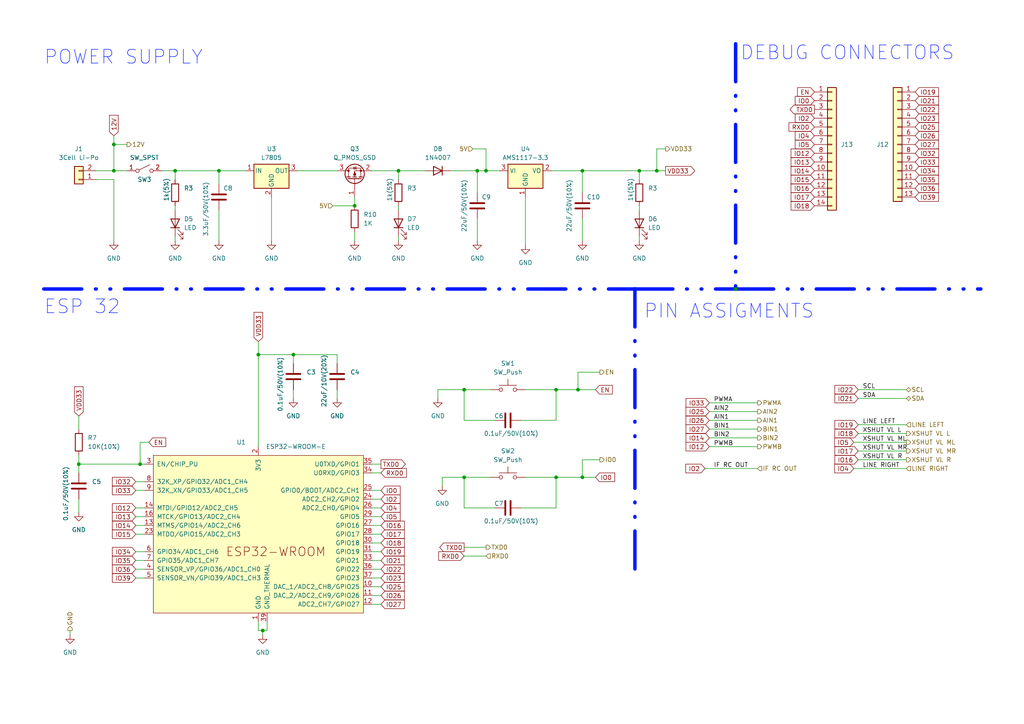
<source format=kicad_sch>
(kicad_sch (version 20230121) (generator eeschema)

  (uuid 8e3c6ba0-f50d-4286-8a67-15c1dc9d9140)

  (paper "A4")

  (lib_symbols
    (symbol "Connector_Generic:Conn_01x02" (pin_names (offset 1.016) hide) (in_bom yes) (on_board yes)
      (property "Reference" "J" (at 0 2.54 0)
        (effects (font (size 1.27 1.27)))
      )
      (property "Value" "Conn_01x02" (at 0 -5.08 0)
        (effects (font (size 1.27 1.27)))
      )
      (property "Footprint" "" (at 0 0 0)
        (effects (font (size 1.27 1.27)) hide)
      )
      (property "Datasheet" "~" (at 0 0 0)
        (effects (font (size 1.27 1.27)) hide)
      )
      (property "ki_keywords" "connector" (at 0 0 0)
        (effects (font (size 1.27 1.27)) hide)
      )
      (property "ki_description" "Generic connector, single row, 01x02, script generated (kicad-library-utils/schlib/autogen/connector/)" (at 0 0 0)
        (effects (font (size 1.27 1.27)) hide)
      )
      (property "ki_fp_filters" "Connector*:*_1x??_*" (at 0 0 0)
        (effects (font (size 1.27 1.27)) hide)
      )
      (symbol "Conn_01x02_1_1"
        (rectangle (start -1.27 -2.413) (end 0 -2.667)
          (stroke (width 0.1524) (type default))
          (fill (type none))
        )
        (rectangle (start -1.27 0.127) (end 0 -0.127)
          (stroke (width 0.1524) (type default))
          (fill (type none))
        )
        (rectangle (start -1.27 1.27) (end 1.27 -3.81)
          (stroke (width 0.254) (type default))
          (fill (type background))
        )
        (pin passive line (at -5.08 0 0) (length 3.81)
          (name "Pin_1" (effects (font (size 1.27 1.27))))
          (number "1" (effects (font (size 1.27 1.27))))
        )
        (pin passive line (at -5.08 -2.54 0) (length 3.81)
          (name "Pin_2" (effects (font (size 1.27 1.27))))
          (number "2" (effects (font (size 1.27 1.27))))
        )
      )
    )
    (symbol "Connector_Generic:Conn_01x13" (pin_names (offset 1.016) hide) (in_bom yes) (on_board yes)
      (property "Reference" "J" (at 0 17.78 0)
        (effects (font (size 1.27 1.27)))
      )
      (property "Value" "Conn_01x13" (at 0 -17.78 0)
        (effects (font (size 1.27 1.27)))
      )
      (property "Footprint" "" (at 0 0 0)
        (effects (font (size 1.27 1.27)) hide)
      )
      (property "Datasheet" "~" (at 0 0 0)
        (effects (font (size 1.27 1.27)) hide)
      )
      (property "ki_keywords" "connector" (at 0 0 0)
        (effects (font (size 1.27 1.27)) hide)
      )
      (property "ki_description" "Generic connector, single row, 01x13, script generated (kicad-library-utils/schlib/autogen/connector/)" (at 0 0 0)
        (effects (font (size 1.27 1.27)) hide)
      )
      (property "ki_fp_filters" "Connector*:*_1x??_*" (at 0 0 0)
        (effects (font (size 1.27 1.27)) hide)
      )
      (symbol "Conn_01x13_1_1"
        (rectangle (start -1.27 -15.113) (end 0 -15.367)
          (stroke (width 0.1524) (type default))
          (fill (type none))
        )
        (rectangle (start -1.27 -12.573) (end 0 -12.827)
          (stroke (width 0.1524) (type default))
          (fill (type none))
        )
        (rectangle (start -1.27 -10.033) (end 0 -10.287)
          (stroke (width 0.1524) (type default))
          (fill (type none))
        )
        (rectangle (start -1.27 -7.493) (end 0 -7.747)
          (stroke (width 0.1524) (type default))
          (fill (type none))
        )
        (rectangle (start -1.27 -4.953) (end 0 -5.207)
          (stroke (width 0.1524) (type default))
          (fill (type none))
        )
        (rectangle (start -1.27 -2.413) (end 0 -2.667)
          (stroke (width 0.1524) (type default))
          (fill (type none))
        )
        (rectangle (start -1.27 0.127) (end 0 -0.127)
          (stroke (width 0.1524) (type default))
          (fill (type none))
        )
        (rectangle (start -1.27 2.667) (end 0 2.413)
          (stroke (width 0.1524) (type default))
          (fill (type none))
        )
        (rectangle (start -1.27 5.207) (end 0 4.953)
          (stroke (width 0.1524) (type default))
          (fill (type none))
        )
        (rectangle (start -1.27 7.747) (end 0 7.493)
          (stroke (width 0.1524) (type default))
          (fill (type none))
        )
        (rectangle (start -1.27 10.287) (end 0 10.033)
          (stroke (width 0.1524) (type default))
          (fill (type none))
        )
        (rectangle (start -1.27 12.827) (end 0 12.573)
          (stroke (width 0.1524) (type default))
          (fill (type none))
        )
        (rectangle (start -1.27 15.367) (end 0 15.113)
          (stroke (width 0.1524) (type default))
          (fill (type none))
        )
        (rectangle (start -1.27 16.51) (end 1.27 -16.51)
          (stroke (width 0.254) (type default))
          (fill (type background))
        )
        (pin passive line (at -5.08 15.24 0) (length 3.81)
          (name "Pin_1" (effects (font (size 1.27 1.27))))
          (number "1" (effects (font (size 1.27 1.27))))
        )
        (pin passive line (at -5.08 -7.62 0) (length 3.81)
          (name "Pin_10" (effects (font (size 1.27 1.27))))
          (number "10" (effects (font (size 1.27 1.27))))
        )
        (pin passive line (at -5.08 -10.16 0) (length 3.81)
          (name "Pin_11" (effects (font (size 1.27 1.27))))
          (number "11" (effects (font (size 1.27 1.27))))
        )
        (pin passive line (at -5.08 -12.7 0) (length 3.81)
          (name "Pin_12" (effects (font (size 1.27 1.27))))
          (number "12" (effects (font (size 1.27 1.27))))
        )
        (pin passive line (at -5.08 -15.24 0) (length 3.81)
          (name "Pin_13" (effects (font (size 1.27 1.27))))
          (number "13" (effects (font (size 1.27 1.27))))
        )
        (pin passive line (at -5.08 12.7 0) (length 3.81)
          (name "Pin_2" (effects (font (size 1.27 1.27))))
          (number "2" (effects (font (size 1.27 1.27))))
        )
        (pin passive line (at -5.08 10.16 0) (length 3.81)
          (name "Pin_3" (effects (font (size 1.27 1.27))))
          (number "3" (effects (font (size 1.27 1.27))))
        )
        (pin passive line (at -5.08 7.62 0) (length 3.81)
          (name "Pin_4" (effects (font (size 1.27 1.27))))
          (number "4" (effects (font (size 1.27 1.27))))
        )
        (pin passive line (at -5.08 5.08 0) (length 3.81)
          (name "Pin_5" (effects (font (size 1.27 1.27))))
          (number "5" (effects (font (size 1.27 1.27))))
        )
        (pin passive line (at -5.08 2.54 0) (length 3.81)
          (name "Pin_6" (effects (font (size 1.27 1.27))))
          (number "6" (effects (font (size 1.27 1.27))))
        )
        (pin passive line (at -5.08 0 0) (length 3.81)
          (name "Pin_7" (effects (font (size 1.27 1.27))))
          (number "7" (effects (font (size 1.27 1.27))))
        )
        (pin passive line (at -5.08 -2.54 0) (length 3.81)
          (name "Pin_8" (effects (font (size 1.27 1.27))))
          (number "8" (effects (font (size 1.27 1.27))))
        )
        (pin passive line (at -5.08 -5.08 0) (length 3.81)
          (name "Pin_9" (effects (font (size 1.27 1.27))))
          (number "9" (effects (font (size 1.27 1.27))))
        )
      )
    )
    (symbol "Connector_Generic:Conn_01x14" (pin_names (offset 1.016) hide) (in_bom yes) (on_board yes)
      (property "Reference" "J" (at 0 17.78 0)
        (effects (font (size 1.27 1.27)))
      )
      (property "Value" "Conn_01x14" (at 0 -20.32 0)
        (effects (font (size 1.27 1.27)))
      )
      (property "Footprint" "" (at 0 0 0)
        (effects (font (size 1.27 1.27)) hide)
      )
      (property "Datasheet" "~" (at 0 0 0)
        (effects (font (size 1.27 1.27)) hide)
      )
      (property "ki_keywords" "connector" (at 0 0 0)
        (effects (font (size 1.27 1.27)) hide)
      )
      (property "ki_description" "Generic connector, single row, 01x14, script generated (kicad-library-utils/schlib/autogen/connector/)" (at 0 0 0)
        (effects (font (size 1.27 1.27)) hide)
      )
      (property "ki_fp_filters" "Connector*:*_1x??_*" (at 0 0 0)
        (effects (font (size 1.27 1.27)) hide)
      )
      (symbol "Conn_01x14_1_1"
        (rectangle (start -1.27 -17.653) (end 0 -17.907)
          (stroke (width 0.1524) (type default))
          (fill (type none))
        )
        (rectangle (start -1.27 -15.113) (end 0 -15.367)
          (stroke (width 0.1524) (type default))
          (fill (type none))
        )
        (rectangle (start -1.27 -12.573) (end 0 -12.827)
          (stroke (width 0.1524) (type default))
          (fill (type none))
        )
        (rectangle (start -1.27 -10.033) (end 0 -10.287)
          (stroke (width 0.1524) (type default))
          (fill (type none))
        )
        (rectangle (start -1.27 -7.493) (end 0 -7.747)
          (stroke (width 0.1524) (type default))
          (fill (type none))
        )
        (rectangle (start -1.27 -4.953) (end 0 -5.207)
          (stroke (width 0.1524) (type default))
          (fill (type none))
        )
        (rectangle (start -1.27 -2.413) (end 0 -2.667)
          (stroke (width 0.1524) (type default))
          (fill (type none))
        )
        (rectangle (start -1.27 0.127) (end 0 -0.127)
          (stroke (width 0.1524) (type default))
          (fill (type none))
        )
        (rectangle (start -1.27 2.667) (end 0 2.413)
          (stroke (width 0.1524) (type default))
          (fill (type none))
        )
        (rectangle (start -1.27 5.207) (end 0 4.953)
          (stroke (width 0.1524) (type default))
          (fill (type none))
        )
        (rectangle (start -1.27 7.747) (end 0 7.493)
          (stroke (width 0.1524) (type default))
          (fill (type none))
        )
        (rectangle (start -1.27 10.287) (end 0 10.033)
          (stroke (width 0.1524) (type default))
          (fill (type none))
        )
        (rectangle (start -1.27 12.827) (end 0 12.573)
          (stroke (width 0.1524) (type default))
          (fill (type none))
        )
        (rectangle (start -1.27 15.367) (end 0 15.113)
          (stroke (width 0.1524) (type default))
          (fill (type none))
        )
        (rectangle (start -1.27 16.51) (end 1.27 -19.05)
          (stroke (width 0.254) (type default))
          (fill (type background))
        )
        (pin passive line (at -5.08 15.24 0) (length 3.81)
          (name "Pin_1" (effects (font (size 1.27 1.27))))
          (number "1" (effects (font (size 1.27 1.27))))
        )
        (pin passive line (at -5.08 -7.62 0) (length 3.81)
          (name "Pin_10" (effects (font (size 1.27 1.27))))
          (number "10" (effects (font (size 1.27 1.27))))
        )
        (pin passive line (at -5.08 -10.16 0) (length 3.81)
          (name "Pin_11" (effects (font (size 1.27 1.27))))
          (number "11" (effects (font (size 1.27 1.27))))
        )
        (pin passive line (at -5.08 -12.7 0) (length 3.81)
          (name "Pin_12" (effects (font (size 1.27 1.27))))
          (number "12" (effects (font (size 1.27 1.27))))
        )
        (pin passive line (at -5.08 -15.24 0) (length 3.81)
          (name "Pin_13" (effects (font (size 1.27 1.27))))
          (number "13" (effects (font (size 1.27 1.27))))
        )
        (pin passive line (at -5.08 -17.78 0) (length 3.81)
          (name "Pin_14" (effects (font (size 1.27 1.27))))
          (number "14" (effects (font (size 1.27 1.27))))
        )
        (pin passive line (at -5.08 12.7 0) (length 3.81)
          (name "Pin_2" (effects (font (size 1.27 1.27))))
          (number "2" (effects (font (size 1.27 1.27))))
        )
        (pin passive line (at -5.08 10.16 0) (length 3.81)
          (name "Pin_3" (effects (font (size 1.27 1.27))))
          (number "3" (effects (font (size 1.27 1.27))))
        )
        (pin passive line (at -5.08 7.62 0) (length 3.81)
          (name "Pin_4" (effects (font (size 1.27 1.27))))
          (number "4" (effects (font (size 1.27 1.27))))
        )
        (pin passive line (at -5.08 5.08 0) (length 3.81)
          (name "Pin_5" (effects (font (size 1.27 1.27))))
          (number "5" (effects (font (size 1.27 1.27))))
        )
        (pin passive line (at -5.08 2.54 0) (length 3.81)
          (name "Pin_6" (effects (font (size 1.27 1.27))))
          (number "6" (effects (font (size 1.27 1.27))))
        )
        (pin passive line (at -5.08 0 0) (length 3.81)
          (name "Pin_7" (effects (font (size 1.27 1.27))))
          (number "7" (effects (font (size 1.27 1.27))))
        )
        (pin passive line (at -5.08 -2.54 0) (length 3.81)
          (name "Pin_8" (effects (font (size 1.27 1.27))))
          (number "8" (effects (font (size 1.27 1.27))))
        )
        (pin passive line (at -5.08 -5.08 0) (length 3.81)
          (name "Pin_9" (effects (font (size 1.27 1.27))))
          (number "9" (effects (font (size 1.27 1.27))))
        )
      )
    )
    (symbol "Device:C" (pin_numbers hide) (pin_names (offset 0.254)) (in_bom yes) (on_board yes)
      (property "Reference" "C" (at 0.635 2.54 0)
        (effects (font (size 1.27 1.27)) (justify left))
      )
      (property "Value" "C" (at 0.635 -2.54 0)
        (effects (font (size 1.27 1.27)) (justify left))
      )
      (property "Footprint" "" (at 0.9652 -3.81 0)
        (effects (font (size 1.27 1.27)) hide)
      )
      (property "Datasheet" "~" (at 0 0 0)
        (effects (font (size 1.27 1.27)) hide)
      )
      (property "ki_keywords" "cap capacitor" (at 0 0 0)
        (effects (font (size 1.27 1.27)) hide)
      )
      (property "ki_description" "Unpolarized capacitor" (at 0 0 0)
        (effects (font (size 1.27 1.27)) hide)
      )
      (property "ki_fp_filters" "C_*" (at 0 0 0)
        (effects (font (size 1.27 1.27)) hide)
      )
      (symbol "C_0_1"
        (polyline
          (pts
            (xy -2.032 -0.762)
            (xy 2.032 -0.762)
          )
          (stroke (width 0.508) (type default))
          (fill (type none))
        )
        (polyline
          (pts
            (xy -2.032 0.762)
            (xy 2.032 0.762)
          )
          (stroke (width 0.508) (type default))
          (fill (type none))
        )
      )
      (symbol "C_1_1"
        (pin passive line (at 0 3.81 270) (length 2.794)
          (name "~" (effects (font (size 1.27 1.27))))
          (number "1" (effects (font (size 1.27 1.27))))
        )
        (pin passive line (at 0 -3.81 90) (length 2.794)
          (name "~" (effects (font (size 1.27 1.27))))
          (number "2" (effects (font (size 1.27 1.27))))
        )
      )
    )
    (symbol "Device:LED" (pin_numbers hide) (pin_names (offset 1.016) hide) (in_bom yes) (on_board yes)
      (property "Reference" "D" (at 0 2.54 0)
        (effects (font (size 1.27 1.27)))
      )
      (property "Value" "LED" (at 0 -2.54 0)
        (effects (font (size 1.27 1.27)))
      )
      (property "Footprint" "" (at 0 0 0)
        (effects (font (size 1.27 1.27)) hide)
      )
      (property "Datasheet" "~" (at 0 0 0)
        (effects (font (size 1.27 1.27)) hide)
      )
      (property "ki_keywords" "LED diode" (at 0 0 0)
        (effects (font (size 1.27 1.27)) hide)
      )
      (property "ki_description" "Light emitting diode" (at 0 0 0)
        (effects (font (size 1.27 1.27)) hide)
      )
      (property "ki_fp_filters" "LED* LED_SMD:* LED_THT:*" (at 0 0 0)
        (effects (font (size 1.27 1.27)) hide)
      )
      (symbol "LED_0_1"
        (polyline
          (pts
            (xy -1.27 -1.27)
            (xy -1.27 1.27)
          )
          (stroke (width 0.254) (type default))
          (fill (type none))
        )
        (polyline
          (pts
            (xy -1.27 0)
            (xy 1.27 0)
          )
          (stroke (width 0) (type default))
          (fill (type none))
        )
        (polyline
          (pts
            (xy 1.27 -1.27)
            (xy 1.27 1.27)
            (xy -1.27 0)
            (xy 1.27 -1.27)
          )
          (stroke (width 0.254) (type default))
          (fill (type none))
        )
        (polyline
          (pts
            (xy -3.048 -0.762)
            (xy -4.572 -2.286)
            (xy -3.81 -2.286)
            (xy -4.572 -2.286)
            (xy -4.572 -1.524)
          )
          (stroke (width 0) (type default))
          (fill (type none))
        )
        (polyline
          (pts
            (xy -1.778 -0.762)
            (xy -3.302 -2.286)
            (xy -2.54 -2.286)
            (xy -3.302 -2.286)
            (xy -3.302 -1.524)
          )
          (stroke (width 0) (type default))
          (fill (type none))
        )
      )
      (symbol "LED_1_1"
        (pin passive line (at -3.81 0 0) (length 2.54)
          (name "K" (effects (font (size 1.27 1.27))))
          (number "1" (effects (font (size 1.27 1.27))))
        )
        (pin passive line (at 3.81 0 180) (length 2.54)
          (name "A" (effects (font (size 1.27 1.27))))
          (number "2" (effects (font (size 1.27 1.27))))
        )
      )
    )
    (symbol "Device:Q_PMOS_GSD" (pin_names (offset 0) hide) (in_bom yes) (on_board yes)
      (property "Reference" "Q" (at 5.08 1.27 0)
        (effects (font (size 1.27 1.27)) (justify left))
      )
      (property "Value" "Q_PMOS_GSD" (at 5.08 -1.27 0)
        (effects (font (size 1.27 1.27)) (justify left))
      )
      (property "Footprint" "" (at 5.08 2.54 0)
        (effects (font (size 1.27 1.27)) hide)
      )
      (property "Datasheet" "~" (at 0 0 0)
        (effects (font (size 1.27 1.27)) hide)
      )
      (property "ki_keywords" "transistor PMOS P-MOS P-MOSFET" (at 0 0 0)
        (effects (font (size 1.27 1.27)) hide)
      )
      (property "ki_description" "P-MOSFET transistor, gate/source/drain" (at 0 0 0)
        (effects (font (size 1.27 1.27)) hide)
      )
      (symbol "Q_PMOS_GSD_0_1"
        (polyline
          (pts
            (xy 0.254 0)
            (xy -2.54 0)
          )
          (stroke (width 0) (type default))
          (fill (type none))
        )
        (polyline
          (pts
            (xy 0.254 1.905)
            (xy 0.254 -1.905)
          )
          (stroke (width 0.254) (type default))
          (fill (type none))
        )
        (polyline
          (pts
            (xy 0.762 -1.27)
            (xy 0.762 -2.286)
          )
          (stroke (width 0.254) (type default))
          (fill (type none))
        )
        (polyline
          (pts
            (xy 0.762 0.508)
            (xy 0.762 -0.508)
          )
          (stroke (width 0.254) (type default))
          (fill (type none))
        )
        (polyline
          (pts
            (xy 0.762 2.286)
            (xy 0.762 1.27)
          )
          (stroke (width 0.254) (type default))
          (fill (type none))
        )
        (polyline
          (pts
            (xy 2.54 2.54)
            (xy 2.54 1.778)
          )
          (stroke (width 0) (type default))
          (fill (type none))
        )
        (polyline
          (pts
            (xy 2.54 -2.54)
            (xy 2.54 0)
            (xy 0.762 0)
          )
          (stroke (width 0) (type default))
          (fill (type none))
        )
        (polyline
          (pts
            (xy 0.762 1.778)
            (xy 3.302 1.778)
            (xy 3.302 -1.778)
            (xy 0.762 -1.778)
          )
          (stroke (width 0) (type default))
          (fill (type none))
        )
        (polyline
          (pts
            (xy 2.286 0)
            (xy 1.27 0.381)
            (xy 1.27 -0.381)
            (xy 2.286 0)
          )
          (stroke (width 0) (type default))
          (fill (type outline))
        )
        (polyline
          (pts
            (xy 2.794 -0.508)
            (xy 2.921 -0.381)
            (xy 3.683 -0.381)
            (xy 3.81 -0.254)
          )
          (stroke (width 0) (type default))
          (fill (type none))
        )
        (polyline
          (pts
            (xy 3.302 -0.381)
            (xy 2.921 0.254)
            (xy 3.683 0.254)
            (xy 3.302 -0.381)
          )
          (stroke (width 0) (type default))
          (fill (type none))
        )
        (circle (center 1.651 0) (radius 2.794)
          (stroke (width 0.254) (type default))
          (fill (type none))
        )
        (circle (center 2.54 -1.778) (radius 0.254)
          (stroke (width 0) (type default))
          (fill (type outline))
        )
        (circle (center 2.54 1.778) (radius 0.254)
          (stroke (width 0) (type default))
          (fill (type outline))
        )
      )
      (symbol "Q_PMOS_GSD_1_1"
        (pin input line (at -5.08 0 0) (length 2.54)
          (name "G" (effects (font (size 1.27 1.27))))
          (number "1" (effects (font (size 1.27 1.27))))
        )
        (pin passive line (at 2.54 -5.08 90) (length 2.54)
          (name "S" (effects (font (size 1.27 1.27))))
          (number "2" (effects (font (size 1.27 1.27))))
        )
        (pin passive line (at 2.54 5.08 270) (length 2.54)
          (name "D" (effects (font (size 1.27 1.27))))
          (number "3" (effects (font (size 1.27 1.27))))
        )
      )
    )
    (symbol "Device:R" (pin_numbers hide) (pin_names (offset 0)) (in_bom yes) (on_board yes)
      (property "Reference" "R" (at 2.032 0 90)
        (effects (font (size 1.27 1.27)))
      )
      (property "Value" "R" (at 0 0 90)
        (effects (font (size 1.27 1.27)))
      )
      (property "Footprint" "" (at -1.778 0 90)
        (effects (font (size 1.27 1.27)) hide)
      )
      (property "Datasheet" "~" (at 0 0 0)
        (effects (font (size 1.27 1.27)) hide)
      )
      (property "ki_keywords" "R res resistor" (at 0 0 0)
        (effects (font (size 1.27 1.27)) hide)
      )
      (property "ki_description" "Resistor" (at 0 0 0)
        (effects (font (size 1.27 1.27)) hide)
      )
      (property "ki_fp_filters" "R_*" (at 0 0 0)
        (effects (font (size 1.27 1.27)) hide)
      )
      (symbol "R_0_1"
        (rectangle (start -1.016 -2.54) (end 1.016 2.54)
          (stroke (width 0.254) (type default))
          (fill (type none))
        )
      )
      (symbol "R_1_1"
        (pin passive line (at 0 3.81 270) (length 1.27)
          (name "~" (effects (font (size 1.27 1.27))))
          (number "1" (effects (font (size 1.27 1.27))))
        )
        (pin passive line (at 0 -3.81 90) (length 1.27)
          (name "~" (effects (font (size 1.27 1.27))))
          (number "2" (effects (font (size 1.27 1.27))))
        )
      )
    )
    (symbol "Diode:1N4007" (pin_numbers hide) (pin_names hide) (in_bom yes) (on_board yes)
      (property "Reference" "D" (at 0 2.54 0)
        (effects (font (size 1.27 1.27)))
      )
      (property "Value" "1N4007" (at 0 -2.54 0)
        (effects (font (size 1.27 1.27)))
      )
      (property "Footprint" "Diode_THT:D_DO-41_SOD81_P10.16mm_Horizontal" (at 0 -4.445 0)
        (effects (font (size 1.27 1.27)) hide)
      )
      (property "Datasheet" "http://www.vishay.com/docs/88503/1n4001.pdf" (at 0 0 0)
        (effects (font (size 1.27 1.27)) hide)
      )
      (property "Sim.Device" "D" (at 0 0 0)
        (effects (font (size 1.27 1.27)) hide)
      )
      (property "Sim.Pins" "1=K 2=A" (at 0 0 0)
        (effects (font (size 1.27 1.27)) hide)
      )
      (property "ki_keywords" "diode" (at 0 0 0)
        (effects (font (size 1.27 1.27)) hide)
      )
      (property "ki_description" "1000V 1A General Purpose Rectifier Diode, DO-41" (at 0 0 0)
        (effects (font (size 1.27 1.27)) hide)
      )
      (property "ki_fp_filters" "D*DO?41*" (at 0 0 0)
        (effects (font (size 1.27 1.27)) hide)
      )
      (symbol "1N4007_0_1"
        (polyline
          (pts
            (xy -1.27 1.27)
            (xy -1.27 -1.27)
          )
          (stroke (width 0.254) (type default))
          (fill (type none))
        )
        (polyline
          (pts
            (xy 1.27 0)
            (xy -1.27 0)
          )
          (stroke (width 0) (type default))
          (fill (type none))
        )
        (polyline
          (pts
            (xy 1.27 1.27)
            (xy 1.27 -1.27)
            (xy -1.27 0)
            (xy 1.27 1.27)
          )
          (stroke (width 0.254) (type default))
          (fill (type none))
        )
      )
      (symbol "1N4007_1_1"
        (pin passive line (at -3.81 0 0) (length 2.54)
          (name "K" (effects (font (size 1.27 1.27))))
          (number "1" (effects (font (size 1.27 1.27))))
        )
        (pin passive line (at 3.81 0 180) (length 2.54)
          (name "A" (effects (font (size 1.27 1.27))))
          (number "2" (effects (font (size 1.27 1.27))))
        )
      )
    )
    (symbol "PCM_Espressif:ESP32-WROOM-E" (pin_names (offset 1.016)) (in_bom yes) (on_board yes)
      (property "Reference" "U" (at -30.48 27.94 0)
        (effects (font (size 1.27 1.27)) (justify left))
      )
      (property "Value" "ESP32-WROOM-E" (at -30.48 25.4 0)
        (effects (font (size 1.27 1.27)) (justify left))
      )
      (property "Footprint" "PCM_Espressif:ESP32-WROOM-32E" (at 0 -35.56 0)
        (effects (font (size 1.27 1.27)) hide)
      )
      (property "Datasheet" "https://www.espressif.com/sites/default/files/documentation/esp32-wroom-32e_esp32-wroom-32ue_datasheet_en.pdf" (at 0 -38.1 0)
        (effects (font (size 1.27 1.27)) hide)
      )
      (property "ki_keywords" "ESP32" (at 0 0 0)
        (effects (font (size 1.27 1.27)) hide)
      )
      (property "ki_description" "ESP32-WROOM-32E integrates ESP32-D0WD-V3, with higher stability and safety performance." (at 0 0 0)
        (effects (font (size 1.27 1.27)) hide)
      )
      (symbol "ESP32-WROOM-E_0_1"
        (rectangle (start -30.48 22.86) (end 30.48 -22.86)
          (stroke (width 0) (type default))
          (fill (type background))
        )
      )
      (symbol "ESP32-WROOM-E_1_1"
        (text "ESP32-­WROOM­" (at 5.08 -5.08 0)
          (effects (font (size 2.54 2.54)))
        )
        (pin power_in line (at 0 -25.4 90) (length 2.54)
          (name "GND" (effects (font (size 1.27 1.27))))
          (number "1" (effects (font (size 1.27 1.27))))
        )
        (pin bidirectional line (at 33.02 -15.24 180) (length 2.54)
          (name "DAC_1/ADC2_CH8/GPIO25" (effects (font (size 1.27 1.27))))
          (number "10" (effects (font (size 1.27 1.27))))
        )
        (pin bidirectional line (at 33.02 -17.78 180) (length 2.54)
          (name "DAC_2/ADC2_CH9/GPIO26" (effects (font (size 1.27 1.27))))
          (number "11" (effects (font (size 1.27 1.27))))
        )
        (pin bidirectional line (at 33.02 -20.32 180) (length 2.54)
          (name "ADC2_CH7/GPIO27" (effects (font (size 1.27 1.27))))
          (number "12" (effects (font (size 1.27 1.27))))
        )
        (pin bidirectional line (at -33.02 2.54 0) (length 2.54)
          (name "MTMS/GPIO14/ADC2_CH6" (effects (font (size 1.27 1.27))))
          (number "13" (effects (font (size 1.27 1.27))))
        )
        (pin bidirectional line (at -33.02 7.62 0) (length 2.54)
          (name "MTDI/GPIO12/ADC2_CH5" (effects (font (size 1.27 1.27))))
          (number "14" (effects (font (size 1.27 1.27))))
        )
        (pin passive line (at 0 -25.4 90) (length 2.54) hide
          (name "GND" (effects (font (size 1.27 1.27))))
          (number "15" (effects (font (size 1.27 1.27))))
        )
        (pin bidirectional line (at -33.02 5.08 0) (length 2.54)
          (name "MTCK/GPIO13/ADC2_CH4" (effects (font (size 1.27 1.27))))
          (number "16" (effects (font (size 1.27 1.27))))
        )
        (pin power_in line (at 0 25.4 270) (length 2.54)
          (name "3V3" (effects (font (size 1.27 1.27))))
          (number "2" (effects (font (size 1.27 1.27))))
        )
        (pin bidirectional line (at -33.02 0 0) (length 2.54)
          (name "MTDO/GPIO15/ADC2_CH3" (effects (font (size 1.27 1.27))))
          (number "23" (effects (font (size 1.27 1.27))))
        )
        (pin bidirectional line (at 33.02 10.16 180) (length 2.54)
          (name "ADC2_CH2/GPIO2" (effects (font (size 1.27 1.27))))
          (number "24" (effects (font (size 1.27 1.27))))
        )
        (pin bidirectional line (at 33.02 12.7 180) (length 2.54)
          (name "GPIO0/BOOT/ADC2_CH1" (effects (font (size 1.27 1.27))))
          (number "25" (effects (font (size 1.27 1.27))))
        )
        (pin bidirectional line (at 33.02 7.62 180) (length 2.54)
          (name "ADC2_CH0/GPIO4" (effects (font (size 1.27 1.27))))
          (number "26" (effects (font (size 1.27 1.27))))
        )
        (pin bidirectional line (at 33.02 2.54 180) (length 2.54)
          (name "GPIO16" (effects (font (size 1.27 1.27))))
          (number "27" (effects (font (size 1.27 1.27))))
        )
        (pin bidirectional line (at 33.02 0 180) (length 2.54)
          (name "GPIO17" (effects (font (size 1.27 1.27))))
          (number "28" (effects (font (size 1.27 1.27))))
        )
        (pin bidirectional line (at 33.02 5.08 180) (length 2.54)
          (name "GPIO5" (effects (font (size 1.27 1.27))))
          (number "29" (effects (font (size 1.27 1.27))))
        )
        (pin input line (at -33.02 20.32 0) (length 2.54)
          (name "EN/CHIP_PU" (effects (font (size 1.27 1.27))))
          (number "3" (effects (font (size 1.27 1.27))))
        )
        (pin bidirectional line (at 33.02 -2.54 180) (length 2.54)
          (name "GPIO18" (effects (font (size 1.27 1.27))))
          (number "30" (effects (font (size 1.27 1.27))))
        )
        (pin bidirectional line (at 33.02 -5.08 180) (length 2.54)
          (name "GPIO19" (effects (font (size 1.27 1.27))))
          (number "31" (effects (font (size 1.27 1.27))))
        )
        (pin bidirectional line (at 33.02 -7.62 180) (length 2.54)
          (name "GPIO21" (effects (font (size 1.27 1.27))))
          (number "33" (effects (font (size 1.27 1.27))))
        )
        (pin bidirectional line (at 33.02 17.78 180) (length 2.54)
          (name "U0RXD/GPIO3" (effects (font (size 1.27 1.27))))
          (number "34" (effects (font (size 1.27 1.27))))
        )
        (pin bidirectional line (at 33.02 20.32 180) (length 2.54)
          (name "U0TXD/GPIO1" (effects (font (size 1.27 1.27))))
          (number "35" (effects (font (size 1.27 1.27))))
        )
        (pin bidirectional line (at 33.02 -10.16 180) (length 2.54)
          (name "GPIO22" (effects (font (size 1.27 1.27))))
          (number "36" (effects (font (size 1.27 1.27))))
        )
        (pin bidirectional line (at 33.02 -12.7 180) (length 2.54)
          (name "GPIO23" (effects (font (size 1.27 1.27))))
          (number "37" (effects (font (size 1.27 1.27))))
        )
        (pin passive line (at 0 -25.4 90) (length 2.54) hide
          (name "GND" (effects (font (size 1.27 1.27))))
          (number "38" (effects (font (size 1.27 1.27))))
        )
        (pin power_in line (at 2.54 -25.4 90) (length 2.54)
          (name "GND_THERMAL" (effects (font (size 1.27 1.27))))
          (number "39" (effects (font (size 1.27 1.27))))
        )
        (pin input line (at -33.02 -10.16 0) (length 2.54)
          (name "SENSOR_VP/GPIO36/ADC1_CH0" (effects (font (size 1.27 1.27))))
          (number "4" (effects (font (size 1.27 1.27))))
        )
        (pin input line (at -33.02 -12.7 0) (length 2.54)
          (name "SENSOR_VN/GPIO39/ADC1_CH3" (effects (font (size 1.27 1.27))))
          (number "5" (effects (font (size 1.27 1.27))))
        )
        (pin input line (at -33.02 -5.08 0) (length 2.54)
          (name "GPIO34/ADC1_CH6" (effects (font (size 1.27 1.27))))
          (number "6" (effects (font (size 1.27 1.27))))
        )
        (pin input line (at -33.02 -7.62 0) (length 2.54)
          (name "GPIO35/ADC1_CH7" (effects (font (size 1.27 1.27))))
          (number "7" (effects (font (size 1.27 1.27))))
        )
        (pin bidirectional line (at -33.02 15.24 0) (length 2.54)
          (name "32K_XP/GPIO32/ADC1_CH4" (effects (font (size 1.27 1.27))))
          (number "8" (effects (font (size 1.27 1.27))))
        )
        (pin bidirectional line (at -33.02 12.7 0) (length 2.54)
          (name "32K_XN/GPIO33/ADC1_CH5" (effects (font (size 1.27 1.27))))
          (number "9" (effects (font (size 1.27 1.27))))
        )
      )
    )
    (symbol "Regulator_Linear:AMS1117-3.3" (in_bom yes) (on_board yes)
      (property "Reference" "U" (at -3.81 3.175 0)
        (effects (font (size 1.27 1.27)))
      )
      (property "Value" "AMS1117-3.3" (at 0 3.175 0)
        (effects (font (size 1.27 1.27)) (justify left))
      )
      (property "Footprint" "Package_TO_SOT_SMD:SOT-223-3_TabPin2" (at 0 5.08 0)
        (effects (font (size 1.27 1.27)) hide)
      )
      (property "Datasheet" "http://www.advanced-monolithic.com/pdf/ds1117.pdf" (at 2.54 -6.35 0)
        (effects (font (size 1.27 1.27)) hide)
      )
      (property "ki_keywords" "linear regulator ldo fixed positive" (at 0 0 0)
        (effects (font (size 1.27 1.27)) hide)
      )
      (property "ki_description" "1A Low Dropout regulator, positive, 3.3V fixed output, SOT-223" (at 0 0 0)
        (effects (font (size 1.27 1.27)) hide)
      )
      (property "ki_fp_filters" "SOT?223*TabPin2*" (at 0 0 0)
        (effects (font (size 1.27 1.27)) hide)
      )
      (symbol "AMS1117-3.3_0_1"
        (rectangle (start -5.08 -5.08) (end 5.08 1.905)
          (stroke (width 0.254) (type default))
          (fill (type background))
        )
      )
      (symbol "AMS1117-3.3_1_1"
        (pin power_in line (at 0 -7.62 90) (length 2.54)
          (name "GND" (effects (font (size 1.27 1.27))))
          (number "1" (effects (font (size 1.27 1.27))))
        )
        (pin power_out line (at 7.62 0 180) (length 2.54)
          (name "VO" (effects (font (size 1.27 1.27))))
          (number "2" (effects (font (size 1.27 1.27))))
        )
        (pin power_in line (at -7.62 0 0) (length 2.54)
          (name "VI" (effects (font (size 1.27 1.27))))
          (number "3" (effects (font (size 1.27 1.27))))
        )
      )
    )
    (symbol "Regulator_Linear:L7805" (pin_names (offset 0.254)) (in_bom yes) (on_board yes)
      (property "Reference" "U" (at -3.81 3.175 0)
        (effects (font (size 1.27 1.27)))
      )
      (property "Value" "L7805" (at 0 3.175 0)
        (effects (font (size 1.27 1.27)) (justify left))
      )
      (property "Footprint" "" (at 0.635 -3.81 0)
        (effects (font (size 1.27 1.27) italic) (justify left) hide)
      )
      (property "Datasheet" "http://www.st.com/content/ccc/resource/technical/document/datasheet/41/4f/b3/b0/12/d4/47/88/CD00000444.pdf/files/CD00000444.pdf/jcr:content/translations/en.CD00000444.pdf" (at 0 -1.27 0)
        (effects (font (size 1.27 1.27)) hide)
      )
      (property "ki_keywords" "Voltage Regulator 1.5A Positive" (at 0 0 0)
        (effects (font (size 1.27 1.27)) hide)
      )
      (property "ki_description" "Positive 1.5A 35V Linear Regulator, Fixed Output 5V, TO-220/TO-263/TO-252" (at 0 0 0)
        (effects (font (size 1.27 1.27)) hide)
      )
      (property "ki_fp_filters" "TO?252* TO?263* TO?220*" (at 0 0 0)
        (effects (font (size 1.27 1.27)) hide)
      )
      (symbol "L7805_0_1"
        (rectangle (start -5.08 1.905) (end 5.08 -5.08)
          (stroke (width 0.254) (type default))
          (fill (type background))
        )
      )
      (symbol "L7805_1_1"
        (pin power_in line (at -7.62 0 0) (length 2.54)
          (name "IN" (effects (font (size 1.27 1.27))))
          (number "1" (effects (font (size 1.27 1.27))))
        )
        (pin power_in line (at 0 -7.62 90) (length 2.54)
          (name "GND" (effects (font (size 1.27 1.27))))
          (number "2" (effects (font (size 1.27 1.27))))
        )
        (pin power_out line (at 7.62 0 180) (length 2.54)
          (name "OUT" (effects (font (size 1.27 1.27))))
          (number "3" (effects (font (size 1.27 1.27))))
        )
      )
    )
    (symbol "Switch:SW_Push" (pin_numbers hide) (pin_names (offset 1.016) hide) (in_bom yes) (on_board yes)
      (property "Reference" "SW" (at 1.27 2.54 0)
        (effects (font (size 1.27 1.27)) (justify left))
      )
      (property "Value" "SW_Push" (at 0 -1.524 0)
        (effects (font (size 1.27 1.27)))
      )
      (property "Footprint" "" (at 0 5.08 0)
        (effects (font (size 1.27 1.27)) hide)
      )
      (property "Datasheet" "~" (at 0 5.08 0)
        (effects (font (size 1.27 1.27)) hide)
      )
      (property "ki_keywords" "switch normally-open pushbutton push-button" (at 0 0 0)
        (effects (font (size 1.27 1.27)) hide)
      )
      (property "ki_description" "Push button switch, generic, two pins" (at 0 0 0)
        (effects (font (size 1.27 1.27)) hide)
      )
      (symbol "SW_Push_0_1"
        (circle (center -2.032 0) (radius 0.508)
          (stroke (width 0) (type default))
          (fill (type none))
        )
        (polyline
          (pts
            (xy 0 1.27)
            (xy 0 3.048)
          )
          (stroke (width 0) (type default))
          (fill (type none))
        )
        (polyline
          (pts
            (xy 2.54 1.27)
            (xy -2.54 1.27)
          )
          (stroke (width 0) (type default))
          (fill (type none))
        )
        (circle (center 2.032 0) (radius 0.508)
          (stroke (width 0) (type default))
          (fill (type none))
        )
        (pin passive line (at -5.08 0 0) (length 2.54)
          (name "1" (effects (font (size 1.27 1.27))))
          (number "1" (effects (font (size 1.27 1.27))))
        )
        (pin passive line (at 5.08 0 180) (length 2.54)
          (name "2" (effects (font (size 1.27 1.27))))
          (number "2" (effects (font (size 1.27 1.27))))
        )
      )
    )
    (symbol "Switch:SW_SPST" (pin_names (offset 0) hide) (in_bom yes) (on_board yes)
      (property "Reference" "SW" (at 0 3.175 0)
        (effects (font (size 1.27 1.27)))
      )
      (property "Value" "SW_SPST" (at 0 -2.54 0)
        (effects (font (size 1.27 1.27)))
      )
      (property "Footprint" "" (at 0 0 0)
        (effects (font (size 1.27 1.27)) hide)
      )
      (property "Datasheet" "~" (at 0 0 0)
        (effects (font (size 1.27 1.27)) hide)
      )
      (property "ki_keywords" "switch lever" (at 0 0 0)
        (effects (font (size 1.27 1.27)) hide)
      )
      (property "ki_description" "Single Pole Single Throw (SPST) switch" (at 0 0 0)
        (effects (font (size 1.27 1.27)) hide)
      )
      (symbol "SW_SPST_0_0"
        (circle (center -2.032 0) (radius 0.508)
          (stroke (width 0) (type default))
          (fill (type none))
        )
        (polyline
          (pts
            (xy -1.524 0.254)
            (xy 1.524 1.778)
          )
          (stroke (width 0) (type default))
          (fill (type none))
        )
        (circle (center 2.032 0) (radius 0.508)
          (stroke (width 0) (type default))
          (fill (type none))
        )
      )
      (symbol "SW_SPST_1_1"
        (pin passive line (at -5.08 0 0) (length 2.54)
          (name "A" (effects (font (size 1.27 1.27))))
          (number "1" (effects (font (size 1.27 1.27))))
        )
        (pin passive line (at 5.08 0 180) (length 2.54)
          (name "B" (effects (font (size 1.27 1.27))))
          (number "2" (effects (font (size 1.27 1.27))))
        )
      )
    )
    (symbol "power:GND" (power) (pin_names (offset 0)) (in_bom yes) (on_board yes)
      (property "Reference" "#PWR" (at 0 -6.35 0)
        (effects (font (size 1.27 1.27)) hide)
      )
      (property "Value" "GND" (at 0 -3.81 0)
        (effects (font (size 1.27 1.27)))
      )
      (property "Footprint" "" (at 0 0 0)
        (effects (font (size 1.27 1.27)) hide)
      )
      (property "Datasheet" "" (at 0 0 0)
        (effects (font (size 1.27 1.27)) hide)
      )
      (property "ki_keywords" "global power" (at 0 0 0)
        (effects (font (size 1.27 1.27)) hide)
      )
      (property "ki_description" "Power symbol creates a global label with name \"GND\" , ground" (at 0 0 0)
        (effects (font (size 1.27 1.27)) hide)
      )
      (symbol "GND_0_1"
        (polyline
          (pts
            (xy 0 0)
            (xy 0 -1.27)
            (xy 1.27 -1.27)
            (xy 0 -2.54)
            (xy -1.27 -1.27)
            (xy 0 -1.27)
          )
          (stroke (width 0) (type default))
          (fill (type none))
        )
      )
      (symbol "GND_1_1"
        (pin power_in line (at 0 0 270) (length 0) hide
          (name "GND" (effects (font (size 1.27 1.27))))
          (number "1" (effects (font (size 1.27 1.27))))
        )
      )
    )
  )

  (junction (at 140.97 49.53) (diameter 0) (color 0 0 0 0)
    (uuid 03630660-0608-4327-ba8c-37ecac3f4279)
  )
  (junction (at 185.42 49.53) (diameter 0) (color 0 0 0 0)
    (uuid 1c800e79-6bbd-4681-bc0d-b36c4ec71ee1)
  )
  (junction (at 85.09 102.87) (diameter 0) (color 0 0 0 0)
    (uuid 2262ca31-7249-42da-84cb-cc1c45418bcb)
  )
  (junction (at 190.5 49.53) (diameter 0) (color 0 0 0 0)
    (uuid 28db114b-f6c2-458c-9f8a-c993c926e007)
  )
  (junction (at 168.91 138.43) (diameter 0) (color 0 0 0 0)
    (uuid 3094f838-d8e6-4b16-b1d5-e97d3366bf52)
  )
  (junction (at 134.62 138.43) (diameter 0) (color 0 0 0 0)
    (uuid 51ba3746-2953-4b29-bf70-db8ceb998126)
  )
  (junction (at 161.29 113.03) (diameter 0) (color 0 0 0 0)
    (uuid 6cdf50f0-2d86-4d1c-8a14-cecfe9453f6a)
  )
  (junction (at 63.5 49.53) (diameter 0) (color 0 0 0 0)
    (uuid 6eac99fc-384b-4c90-b51d-4663f8bce631)
  )
  (junction (at 102.87 59.69) (diameter 0) (color 0 0 0 0)
    (uuid 85361832-ceb3-4ce5-8aba-bde70ad69ee2)
  )
  (junction (at 115.57 49.53) (diameter 0) (color 0 0 0 0)
    (uuid 9f43ea92-a521-4897-a496-8832544fbe3d)
  )
  (junction (at 167.64 113.03) (diameter 0) (color 0 0 0 0)
    (uuid 9f5cbf54-5b79-48cc-ae30-b997d60c378d)
  )
  (junction (at 74.93 102.87) (diameter 0) (color 0 0 0 0)
    (uuid a4cc4e02-9906-4ed0-b4b9-18d4784a9f0a)
  )
  (junction (at 161.29 138.43) (diameter 0) (color 0 0 0 0)
    (uuid bea785ac-23df-43f1-9427-11589e450462)
  )
  (junction (at 213.36 83.82) (diameter 0) (color 0 0 0 0)
    (uuid c3c45e93-512b-4f5f-a2bd-7d31c695aab7)
  )
  (junction (at 33.02 41.91) (diameter 0) (color 0 0 0 0)
    (uuid c4748776-aad1-46ff-bd02-8728ded82e3b)
  )
  (junction (at 40.64 134.62) (diameter 0) (color 0 0 0 0)
    (uuid cae82f78-942f-4eeb-864b-c8efea2aeb5a)
  )
  (junction (at 76.2 182.88) (diameter 0) (color 0 0 0 0)
    (uuid cc56fde0-08d4-4f8e-966c-4555289044c6)
  )
  (junction (at 184.15 83.82) (diameter 0) (color 0 20 255 1)
    (uuid ce520783-5a0f-4a9c-a94d-cb07c9cd7742)
  )
  (junction (at 134.62 113.03) (diameter 0) (color 0 0 0 0)
    (uuid d476c2e4-6b41-4651-8676-9689330d5d38)
  )
  (junction (at 168.91 49.53) (diameter 0) (color 0 0 0 0)
    (uuid d9f2880e-c172-4366-87df-897e92f13273)
  )
  (junction (at 22.86 134.62) (diameter 0) (color 0 0 0 0)
    (uuid df5d4eb0-9ffb-424d-906c-cf8da3233da5)
  )
  (junction (at 50.8 49.53) (diameter 0) (color 0 0 0 0)
    (uuid e49be774-5986-462a-888c-487bd1d01092)
  )
  (junction (at 33.02 49.53) (diameter 0) (color 0 0 0 0)
    (uuid f3f70344-7806-409b-a5b9-d4313f5a3aae)
  )
  (junction (at 138.43 49.53) (diameter 0) (color 0 0 0 0)
    (uuid f5ff0a15-f404-4743-8206-e116f4e12b95)
  )

  (wire (pts (xy 167.64 113.03) (xy 172.72 113.03))
    (stroke (width 0) (type default))
    (uuid 02e7d447-36fb-49e4-afe6-9cdab5441857)
  )
  (wire (pts (xy 39.37 139.7) (xy 41.91 139.7))
    (stroke (width 0) (type default))
    (uuid 03316c0f-6dd8-4b9e-9992-6d3ddd5d56ab)
  )
  (wire (pts (xy 184.15 83.82) (xy 184.15 166.37))
    (stroke (width 1) (type dash_dot_dot) (color 0 20 255 1))
    (uuid 05eaf319-0d9d-4986-8f6b-519a6cd64445)
  )
  (wire (pts (xy 173.99 107.95) (xy 167.64 107.95))
    (stroke (width 0) (type default))
    (uuid 063d0f5d-82f0-4d34-aa77-7eef251f876b)
  )
  (wire (pts (xy 96.52 59.69) (xy 102.87 59.69))
    (stroke (width 0) (type default))
    (uuid 06916183-d4c3-481e-8cbb-3255598c77f3)
  )
  (wire (pts (xy 128.27 140.97) (xy 128.27 138.43))
    (stroke (width 0) (type default))
    (uuid 070fe472-d9f1-40ee-9b51-f2eba519b68f)
  )
  (wire (pts (xy 78.74 57.15) (xy 78.74 69.85))
    (stroke (width 0) (type default))
    (uuid 089bfbd2-011f-4788-84e1-259e8c735c73)
  )
  (wire (pts (xy 77.47 180.34) (xy 77.47 182.88))
    (stroke (width 0) (type default))
    (uuid 08fff769-34bc-4d96-a86e-04fb635c51cf)
  )
  (wire (pts (xy 40.64 134.62) (xy 41.91 134.62))
    (stroke (width 0) (type default))
    (uuid 0af9b3f0-bb3d-4445-8721-4f3eed62262c)
  )
  (wire (pts (xy 74.93 102.87) (xy 85.09 102.87))
    (stroke (width 0) (type default))
    (uuid 0b08c48e-5a00-4dbe-bd06-c86566f46a14)
  )
  (wire (pts (xy 33.02 41.91) (xy 33.02 49.53))
    (stroke (width 0) (type default))
    (uuid 0ddd2050-bf2f-45c8-947d-f0db0eb87a8b)
  )
  (wire (pts (xy 168.91 133.35) (xy 168.91 138.43))
    (stroke (width 0) (type default))
    (uuid 0eee1b0e-01ca-4edb-b681-0bdd555bffd5)
  )
  (wire (pts (xy 140.97 43.18) (xy 140.97 49.53))
    (stroke (width 0) (type default))
    (uuid 100a8c24-da3b-439f-9fa2-6ef6a659c929)
  )
  (wire (pts (xy 161.29 138.43) (xy 168.91 138.43))
    (stroke (width 0) (type default))
    (uuid 12d4d9d5-6864-4101-92f3-0c349f846882)
  )
  (wire (pts (xy 33.02 39.37) (xy 33.02 41.91))
    (stroke (width 0) (type default))
    (uuid 141bbfb7-3642-471c-beb3-b5ee3289d853)
  )
  (wire (pts (xy 151.13 147.32) (xy 161.29 147.32))
    (stroke (width 0) (type default))
    (uuid 15bdfaf8-4f40-41bb-9d9d-bed98969e264)
  )
  (wire (pts (xy 205.74 119.38) (xy 219.71 119.38))
    (stroke (width 0) (type default))
    (uuid 15f621ef-eae1-4707-b600-95a02cd9760a)
  )
  (wire (pts (xy 134.62 158.75) (xy 140.97 158.75))
    (stroke (width 0) (type default))
    (uuid 18056a97-eeea-48fc-b82a-2ba1fcbb9af5)
  )
  (wire (pts (xy 39.37 147.32) (xy 41.91 147.32))
    (stroke (width 0) (type default))
    (uuid 1a86e148-9398-4126-8cd3-fc2e202fe4e3)
  )
  (wire (pts (xy 134.62 138.43) (xy 142.24 138.43))
    (stroke (width 0) (type default))
    (uuid 1ef34cbf-ad6a-4062-b736-cc24668231bf)
  )
  (wire (pts (xy 110.49 175.26) (xy 107.95 175.26))
    (stroke (width 0) (type default))
    (uuid 2096921b-ae1a-46a3-ac45-fe3ebefc5e96)
  )
  (wire (pts (xy 63.5 49.53) (xy 71.12 49.53))
    (stroke (width 0) (type default))
    (uuid 243b83ac-4e1a-484a-aa21-daad274b01f3)
  )
  (wire (pts (xy 168.91 138.43) (xy 172.72 138.43))
    (stroke (width 0) (type default))
    (uuid 27769e4c-8dd9-4f28-85d2-e2b77f064f14)
  )
  (wire (pts (xy 205.74 124.46) (xy 219.71 124.46))
    (stroke (width 0) (type default))
    (uuid 287d56af-8da4-44f5-ae84-5ec8049c6866)
  )
  (wire (pts (xy 85.09 113.03) (xy 85.09 115.57))
    (stroke (width 0) (type default))
    (uuid 2925c991-2c6c-49ae-a2cf-633a2a7be880)
  )
  (wire (pts (xy 46.99 49.53) (xy 50.8 49.53))
    (stroke (width 0) (type default))
    (uuid 299fdb69-ed10-4f2c-9e8b-c1ebe0eb945f)
  )
  (wire (pts (xy 134.62 113.03) (xy 142.24 113.03))
    (stroke (width 0) (type default))
    (uuid 2b4f3582-9731-4d81-9bb5-2382b8e32f1c)
  )
  (wire (pts (xy 185.42 69.85) (xy 185.42 68.58))
    (stroke (width 0) (type default))
    (uuid 2c0d0423-ff1e-4ef8-993f-260802a034ba)
  )
  (wire (pts (xy 143.51 147.32) (xy 134.62 147.32))
    (stroke (width 0) (type default))
    (uuid 3198a0db-b7d9-4759-aa8f-11397625e595)
  )
  (wire (pts (xy 185.42 60.96) (xy 185.42 59.69))
    (stroke (width 0) (type default))
    (uuid 32e631af-fa05-48ea-a0fc-6ffecf5748cc)
  )
  (wire (pts (xy 204.47 135.89) (xy 219.71 135.89))
    (stroke (width 0) (type default))
    (uuid 377b6dc3-1207-4413-9d59-19a3413c0ebc)
  )
  (wire (pts (xy 110.49 134.62) (xy 107.95 134.62))
    (stroke (width 0) (type default))
    (uuid 37a1e9b2-8de2-4ee8-b0f7-32032f5e97ec)
  )
  (wire (pts (xy 248.92 133.35) (xy 262.89 133.35))
    (stroke (width 0) (type default))
    (uuid 37d9da94-1a7b-4bde-8e55-c032e22c4d36)
  )
  (wire (pts (xy 130.81 49.53) (xy 138.43 49.53))
    (stroke (width 0) (type default))
    (uuid 3980a96b-b4a5-4b79-9094-349fa0006570)
  )
  (wire (pts (xy 86.36 49.53) (xy 97.79 49.53))
    (stroke (width 0) (type default))
    (uuid 3baf3141-3c67-4956-82c1-f1f05a3efa0a)
  )
  (wire (pts (xy 50.8 69.85) (xy 50.8 68.58))
    (stroke (width 0) (type default))
    (uuid 3cbcba06-8bf7-433b-a345-571c08db72df)
  )
  (wire (pts (xy 134.62 121.92) (xy 134.62 113.03))
    (stroke (width 0) (type default))
    (uuid 3f482531-a7a6-43e6-b301-1abfcc3a2f05)
  )
  (wire (pts (xy 134.62 147.32) (xy 134.62 138.43))
    (stroke (width 0) (type default))
    (uuid 419cd182-fcfa-456e-85a6-9b2903f06e6a)
  )
  (wire (pts (xy 205.74 116.84) (xy 219.71 116.84))
    (stroke (width 0) (type default))
    (uuid 4210c7e8-1073-4d17-bc81-4339122ba619)
  )
  (wire (pts (xy 205.74 121.92) (xy 219.71 121.92))
    (stroke (width 0) (type default))
    (uuid 42ddc023-43fe-4935-8356-00d036d84d6c)
  )
  (wire (pts (xy 110.49 142.24) (xy 107.95 142.24))
    (stroke (width 0) (type default))
    (uuid 4605bf13-874e-45c5-9f57-98c6a67bd335)
  )
  (wire (pts (xy 110.49 170.18) (xy 107.95 170.18))
    (stroke (width 0) (type default))
    (uuid 4acc8232-1067-46e5-97b5-3296e9c83ade)
  )
  (wire (pts (xy 185.42 49.53) (xy 190.5 49.53))
    (stroke (width 0) (type default))
    (uuid 4c5425d2-2a4d-4a67-b533-1059b8b02d1b)
  )
  (wire (pts (xy 20.32 182.88) (xy 20.32 184.15))
    (stroke (width 0) (type default))
    (uuid 4ce28d60-509e-4661-8951-a729744b91e1)
  )
  (wire (pts (xy 137.16 43.18) (xy 140.97 43.18))
    (stroke (width 0) (type default))
    (uuid 4d14f6b0-e1e3-415c-ac84-33a81e224dc7)
  )
  (wire (pts (xy 248.92 130.81) (xy 262.89 130.81))
    (stroke (width 0) (type default))
    (uuid 513ce477-9421-4f46-8c4a-56832d88bd7f)
  )
  (wire (pts (xy 40.64 128.27) (xy 40.64 134.62))
    (stroke (width 0) (type default))
    (uuid 5168caf5-a209-4573-9b91-6acff2158fde)
  )
  (wire (pts (xy 248.92 113.03) (xy 262.89 113.03))
    (stroke (width 0) (type default))
    (uuid 57efd996-0092-47f4-a5cd-2d2bee31ec64)
  )
  (wire (pts (xy 39.37 162.56) (xy 41.91 162.56))
    (stroke (width 0) (type default))
    (uuid 5c269ce6-cab1-452b-a26d-f5e70b3eae16)
  )
  (wire (pts (xy 39.37 152.4) (xy 41.91 152.4))
    (stroke (width 0) (type default))
    (uuid 5e410f58-7214-4ed4-8acb-6b3af1351a13)
  )
  (wire (pts (xy 213.36 12.7) (xy 213.36 83.82))
    (stroke (width 1) (type dash_dot_dot) (color 0 20 255 1))
    (uuid 5f84a256-18aa-4400-aad3-18923eeac69e)
  )
  (wire (pts (xy 185.42 49.53) (xy 185.42 52.07))
    (stroke (width 0) (type default))
    (uuid 617a7e5e-25db-4c46-8edd-192e01e83d12)
  )
  (wire (pts (xy 127 113.03) (xy 134.62 113.03))
    (stroke (width 0) (type default))
    (uuid 687c18e1-f9e2-49bf-828a-9f4d425466b3)
  )
  (wire (pts (xy 247.65 135.89) (xy 262.89 135.89))
    (stroke (width 0) (type default))
    (uuid 692c156d-348e-468a-8404-7886a5d71bcd)
  )
  (wire (pts (xy 39.37 165.1) (xy 41.91 165.1))
    (stroke (width 0) (type default))
    (uuid 692db021-a3cf-4088-afe0-762189bcf8ff)
  )
  (wire (pts (xy 143.51 121.92) (xy 134.62 121.92))
    (stroke (width 0) (type default))
    (uuid 6abc84f3-6cbc-41f9-a794-e556fa76e077)
  )
  (wire (pts (xy 50.8 60.96) (xy 50.8 59.69))
    (stroke (width 0) (type default))
    (uuid 6b19fb83-f3e1-4339-9d9d-ad8c5ece3560)
  )
  (wire (pts (xy 248.92 115.57) (xy 262.89 115.57))
    (stroke (width 0) (type default))
    (uuid 6c5d5fd4-5f2c-42f6-8cda-518310d8cd2b)
  )
  (wire (pts (xy 247.65 128.27) (xy 262.89 128.27))
    (stroke (width 0) (type default))
    (uuid 6ce5b817-ce6f-4b87-a0fb-727ac0bbecb8)
  )
  (wire (pts (xy 248.92 125.73) (xy 262.89 125.73))
    (stroke (width 0) (type default))
    (uuid 6f997049-4ddf-4a98-828f-66b5e85c4651)
  )
  (wire (pts (xy 190.5 43.18) (xy 193.04 43.18))
    (stroke (width 0) (type default))
    (uuid 702ef0c6-96d2-4d2d-9551-b9b35bb7337f)
  )
  (wire (pts (xy 39.37 149.86) (xy 41.91 149.86))
    (stroke (width 0) (type default))
    (uuid 732788d8-90fc-41e9-9598-c056e1daa390)
  )
  (wire (pts (xy 110.49 162.56) (xy 107.95 162.56))
    (stroke (width 0) (type default))
    (uuid 73b61258-df28-4611-a105-7cd124c9ac95)
  )
  (wire (pts (xy 151.13 121.92) (xy 161.29 121.92))
    (stroke (width 0) (type default))
    (uuid 746dc5bb-0379-464f-b852-15259ed2a9cd)
  )
  (wire (pts (xy 161.29 138.43) (xy 152.4 138.43))
    (stroke (width 0) (type default))
    (uuid 748f5d2e-40c6-483f-b603-163438a220dd)
  )
  (wire (pts (xy 184.15 83.82) (xy 213.36 83.82))
    (stroke (width 1) (type dash_dot_dot) (color 0 20 255 1))
    (uuid 75266585-fa84-48d3-b35a-888b3de362ff)
  )
  (wire (pts (xy 115.57 49.53) (xy 123.19 49.53))
    (stroke (width 0) (type default))
    (uuid 7598fabd-e756-46ef-a61e-e701b26848c8)
  )
  (wire (pts (xy 167.64 107.95) (xy 167.64 113.03))
    (stroke (width 0) (type default))
    (uuid 78bdeb06-73b2-4e7c-b1b3-0e90b74ed84c)
  )
  (wire (pts (xy 110.49 165.1) (xy 107.95 165.1))
    (stroke (width 0) (type default))
    (uuid 7a6155d6-48b7-4bf4-ad09-1072cb8edabc)
  )
  (wire (pts (xy 160.02 49.53) (xy 168.91 49.53))
    (stroke (width 0) (type default))
    (uuid 7a747ef5-c467-4bff-b55f-a0d0ffc2e9f3)
  )
  (wire (pts (xy 110.49 137.16) (xy 107.95 137.16))
    (stroke (width 0) (type default))
    (uuid 7a7d3c74-c1c4-457b-9ced-f9908f3d7117)
  )
  (wire (pts (xy 110.49 154.94) (xy 107.95 154.94))
    (stroke (width 0) (type default))
    (uuid 7cecf8ac-214a-4110-a4d7-d4221167d3cc)
  )
  (wire (pts (xy 63.5 53.34) (xy 63.5 49.53))
    (stroke (width 0) (type default))
    (uuid 7f176bbe-cf49-44ce-8a33-54f3a0cf4b2d)
  )
  (wire (pts (xy 97.79 113.03) (xy 97.79 115.57))
    (stroke (width 0) (type default))
    (uuid 7fd62266-8723-4728-9f47-a18a5468dd30)
  )
  (wire (pts (xy 33.02 52.07) (xy 27.94 52.07))
    (stroke (width 0) (type default))
    (uuid 810391a6-f2ce-4a3f-8ce7-3ba87dd62691)
  )
  (wire (pts (xy 107.95 49.53) (xy 115.57 49.53))
    (stroke (width 0) (type default))
    (uuid 82c6ef2c-c744-4dea-8be1-487bf063d985)
  )
  (wire (pts (xy 50.8 49.53) (xy 50.8 52.07))
    (stroke (width 0) (type default))
    (uuid 847fa236-4e87-4621-b5de-2c46509f7f5a)
  )
  (wire (pts (xy 110.49 147.32) (xy 107.95 147.32))
    (stroke (width 0) (type default))
    (uuid 889d45b8-9e74-4e49-aa2b-659a840e4f0b)
  )
  (wire (pts (xy 33.02 49.53) (xy 36.83 49.53))
    (stroke (width 0) (type default))
    (uuid 8bf56342-ff9c-4135-9c27-71253f1b4571)
  )
  (wire (pts (xy 110.49 152.4) (xy 107.95 152.4))
    (stroke (width 0) (type default))
    (uuid 8c6be60f-3df2-4b55-9604-8fe6966ee013)
  )
  (wire (pts (xy 190.5 43.18) (xy 190.5 49.53))
    (stroke (width 0) (type default))
    (uuid 90b6bd9f-62f0-4398-bf53-67e5aea18143)
  )
  (wire (pts (xy 110.49 167.64) (xy 107.95 167.64))
    (stroke (width 0) (type default))
    (uuid 93270a73-3faa-476a-8e7b-b1ec32b72aae)
  )
  (wire (pts (xy 115.57 49.53) (xy 115.57 52.07))
    (stroke (width 0) (type default))
    (uuid 96dd76a6-4184-4370-a42b-a684f63b9d75)
  )
  (wire (pts (xy 39.37 142.24) (xy 41.91 142.24))
    (stroke (width 0) (type default))
    (uuid 97b82619-0a27-4722-aeb0-2e9c89200243)
  )
  (wire (pts (xy 190.5 49.53) (xy 193.04 49.53))
    (stroke (width 0) (type default))
    (uuid 98bab3a9-6a06-4815-a0cd-560fcb04f033)
  )
  (wire (pts (xy 115.57 60.96) (xy 115.57 59.69))
    (stroke (width 0) (type default))
    (uuid 99c63492-cc8a-4a04-a96e-3db626eb12e4)
  )
  (wire (pts (xy 102.87 57.15) (xy 102.87 59.69))
    (stroke (width 0) (type default))
    (uuid 9a048c4a-69f7-45fe-b5fa-b099a3665546)
  )
  (wire (pts (xy 161.29 121.92) (xy 161.29 113.03))
    (stroke (width 0) (type default))
    (uuid 9b1a5d3a-f665-4055-9d80-2f008a8aeb3f)
  )
  (wire (pts (xy 27.94 49.53) (xy 33.02 49.53))
    (stroke (width 0) (type default))
    (uuid 9dac916d-7c68-4f7e-b183-8cdee3eddac6)
  )
  (wire (pts (xy 168.91 63.5) (xy 168.91 69.85))
    (stroke (width 0) (type default))
    (uuid 9e1e8998-9ac6-4728-b024-c718e8e38090)
  )
  (wire (pts (xy 152.4 57.15) (xy 152.4 71.12))
    (stroke (width 0) (type default))
    (uuid 9e5a86d8-e70e-4ad9-aae9-735eb39fbd19)
  )
  (wire (pts (xy 22.86 134.62) (xy 40.64 134.62))
    (stroke (width 0) (type default))
    (uuid 9ed3a4b4-3a2a-497e-af86-c3803486f817)
  )
  (wire (pts (xy 63.5 60.96) (xy 63.5 69.85))
    (stroke (width 0) (type default))
    (uuid 9f9f6d56-2527-4326-9a49-efdd193927f0)
  )
  (wire (pts (xy 161.29 147.32) (xy 161.29 138.43))
    (stroke (width 0) (type default))
    (uuid a11bcc9f-58f5-46ed-aca9-349a8e912f97)
  )
  (wire (pts (xy 205.74 129.54) (xy 219.71 129.54))
    (stroke (width 0) (type default))
    (uuid a187b8c3-a2aa-49fc-a40c-4ca629f955e8)
  )
  (wire (pts (xy 76.2 184.15) (xy 76.2 182.88))
    (stroke (width 0) (type default))
    (uuid a1a731d2-9e78-4bae-aa52-4cc2d769c29a)
  )
  (wire (pts (xy 33.02 69.85) (xy 33.02 52.07))
    (stroke (width 0) (type default))
    (uuid a40efa79-05ae-4eac-adee-e1cfb5361c43)
  )
  (wire (pts (xy 39.37 154.94) (xy 41.91 154.94))
    (stroke (width 0) (type default))
    (uuid a529ac47-2788-41c4-858e-d1257eda0726)
  )
  (wire (pts (xy 110.49 172.72) (xy 107.95 172.72))
    (stroke (width 0) (type default))
    (uuid a57722c8-47ea-4030-b85e-196a18d69306)
  )
  (wire (pts (xy 22.86 132.08) (xy 22.86 134.62))
    (stroke (width 0) (type default))
    (uuid a6549f30-5b59-4c54-9c33-b057e7f9f064)
  )
  (wire (pts (xy 22.86 137.16) (xy 22.86 134.62))
    (stroke (width 0) (type default))
    (uuid aa8e8102-ab36-47dc-a70d-594f53262a66)
  )
  (wire (pts (xy 173.99 133.35) (xy 168.91 133.35))
    (stroke (width 0) (type default))
    (uuid ab59de8c-0536-4be3-a635-c0daeb1a3d4a)
  )
  (wire (pts (xy 110.49 157.48) (xy 107.95 157.48))
    (stroke (width 0) (type default))
    (uuid abaeedcd-f650-43db-9f35-83649542e9dd)
  )
  (wire (pts (xy 43.18 128.27) (xy 40.64 128.27))
    (stroke (width 0) (type default))
    (uuid aceb5488-4208-421b-8d55-4614d68fb6a3)
  )
  (wire (pts (xy 76.2 182.88) (xy 74.93 182.88))
    (stroke (width 0) (type default))
    (uuid ae47642e-7d28-44ef-a080-2af612256e43)
  )
  (wire (pts (xy 115.57 69.85) (xy 115.57 68.58))
    (stroke (width 0) (type default))
    (uuid af683471-57a3-4208-af95-e77f10c38dd8)
  )
  (wire (pts (xy 39.37 167.64) (xy 41.91 167.64))
    (stroke (width 0) (type default))
    (uuid b1a55b0d-9c6c-453a-a867-eca9745ddf0c)
  )
  (wire (pts (xy 205.74 127) (xy 219.71 127))
    (stroke (width 0) (type default))
    (uuid b60c45ba-7fb0-4f58-8f22-e1957d5029ec)
  )
  (wire (pts (xy 74.93 129.54) (xy 74.93 102.87))
    (stroke (width 0) (type default))
    (uuid b646f541-1a05-4875-9441-fe97810dc985)
  )
  (wire (pts (xy 138.43 49.53) (xy 140.97 49.53))
    (stroke (width 0) (type default))
    (uuid bb2566cb-6408-4924-abf9-1c3cc387f3dc)
  )
  (wire (pts (xy 140.97 49.53) (xy 144.78 49.53))
    (stroke (width 0) (type default))
    (uuid bbfceffd-c612-498c-a8c6-45b50bda1f7a)
  )
  (wire (pts (xy 39.37 160.02) (xy 41.91 160.02))
    (stroke (width 0) (type default))
    (uuid bd68553e-97a6-4167-8ddc-6cd5473d640a)
  )
  (wire (pts (xy 97.79 102.87) (xy 97.79 105.41))
    (stroke (width 0) (type default))
    (uuid bec5e1f4-7d8d-478e-8112-b22ba4135199)
  )
  (wire (pts (xy 22.86 144.78) (xy 22.86 148.59))
    (stroke (width 0) (type default))
    (uuid c674b0b5-fe9c-4f66-bd72-9cb3caaa365a)
  )
  (wire (pts (xy 74.93 99.06) (xy 74.93 102.87))
    (stroke (width 0) (type default))
    (uuid c93c4569-57b8-49e4-ac69-b910baec3a99)
  )
  (wire (pts (xy 110.49 149.86) (xy 107.95 149.86))
    (stroke (width 0) (type default))
    (uuid cf72ad97-601b-401b-9cba-06bb17644955)
  )
  (wire (pts (xy 138.43 63.5) (xy 138.43 69.85))
    (stroke (width 0) (type default))
    (uuid cfbff6df-b2f8-4b57-bc58-f3ff4e12da85)
  )
  (wire (pts (xy 102.87 67.31) (xy 102.87 69.85))
    (stroke (width 0) (type default))
    (uuid d084e755-6e41-4a64-976c-79c673632cb0)
  )
  (wire (pts (xy 128.27 138.43) (xy 134.62 138.43))
    (stroke (width 0) (type default))
    (uuid d1857da7-a22a-4ec8-9104-0090137526a3)
  )
  (wire (pts (xy 248.92 123.19) (xy 262.89 123.19))
    (stroke (width 0) (type default))
    (uuid d64d8d6e-2dcd-4479-a2ce-be4fac2e7ef8)
  )
  (wire (pts (xy 85.09 105.41) (xy 85.09 102.87))
    (stroke (width 0) (type default))
    (uuid d963dc36-8958-4cd6-914a-cabc2301c7d9)
  )
  (wire (pts (xy 77.47 182.88) (xy 76.2 182.88))
    (stroke (width 0) (type default))
    (uuid dab144e5-994a-4083-855c-9cd797ea7dab)
  )
  (wire (pts (xy 12.7 83.82) (xy 184.15 83.82))
    (stroke (width 1) (type dash_dot_dot) (color 0 20 255 1))
    (uuid df011845-cd93-4ecc-b63c-3136f544758e)
  )
  (wire (pts (xy 110.49 144.78) (xy 107.95 144.78))
    (stroke (width 0) (type default))
    (uuid e44bc2cc-7f66-4655-89ab-33b7511ab9c4)
  )
  (wire (pts (xy 50.8 49.53) (xy 63.5 49.53))
    (stroke (width 0) (type default))
    (uuid e4b19e8c-90e8-40e0-85c1-60f383be0c47)
  )
  (wire (pts (xy 110.49 160.02) (xy 107.95 160.02))
    (stroke (width 0) (type default))
    (uuid e5912586-b8d1-43ff-912b-2a5a36e1aa81)
  )
  (wire (pts (xy 161.29 113.03) (xy 152.4 113.03))
    (stroke (width 0) (type default))
    (uuid e8b5c0d7-8b46-4d22-b473-e8841074f0bd)
  )
  (wire (pts (xy 138.43 55.88) (xy 138.43 49.53))
    (stroke (width 0) (type default))
    (uuid e8c1a9da-1233-4023-b31d-fd0fc217c1c7)
  )
  (wire (pts (xy 134.62 161.29) (xy 140.97 161.29))
    (stroke (width 0) (type default))
    (uuid ef8848ed-d7e6-49c9-8592-f5cea0d89d49)
  )
  (wire (pts (xy 168.91 55.88) (xy 168.91 49.53))
    (stroke (width 0) (type default))
    (uuid f1db4669-8bb6-4c37-843d-6b02d9a35226)
  )
  (wire (pts (xy 22.86 120.65) (xy 22.86 124.46))
    (stroke (width 0) (type default))
    (uuid f25cd029-5e90-4ed1-ad6b-d01ff772ab27)
  )
  (wire (pts (xy 168.91 49.53) (xy 185.42 49.53))
    (stroke (width 0) (type default))
    (uuid f277757d-1cda-4272-91cf-555aba62fc4d)
  )
  (wire (pts (xy 74.93 182.88) (xy 74.93 180.34))
    (stroke (width 0) (type default))
    (uuid f2971901-20fa-47fc-a205-0e27f9531c36)
  )
  (wire (pts (xy 85.09 102.87) (xy 97.79 102.87))
    (stroke (width 0) (type default))
    (uuid fa6c1703-35c0-4188-bd6d-90a49a2126d2)
  )
  (wire (pts (xy 127 115.57) (xy 127 113.03))
    (stroke (width 0) (type default))
    (uuid fa9a51a1-2942-4090-a1aa-347fd34d63fc)
  )
  (wire (pts (xy 33.02 41.91) (xy 36.83 41.91))
    (stroke (width 0) (type default))
    (uuid fbba3d73-3699-4ee9-8117-f77c5eff4303)
  )
  (wire (pts (xy 213.36 83.82) (xy 284.48 83.82))
    (stroke (width 1) (type dash_dot_dot) (color 0 20 255 1))
    (uuid fe1ebb17-93ba-4ace-b58a-ef7d472749f4)
  )
  (wire (pts (xy 161.29 113.03) (xy 167.64 113.03))
    (stroke (width 0) (type default))
    (uuid feb1410b-5956-49b5-be2d-dc925dc62232)
  )

  (text "ESP 32" (at 12.7 91.44 0)
    (effects (font (size 4 4) (color 0 20 255 1)) (justify left bottom))
    (uuid 5a62f499-8bc6-49b3-acb6-5a80f05e7bf6)
  )
  (text "POWER SUPPLY" (at 12.7 19.05 0)
    (effects (font (face "KiCad Font") (size 4 4) (color 0 20 255 1)) (justify left bottom))
    (uuid 6b0062a2-98c4-481b-932a-797b2cda440e)
  )
  (text "DEBUG CONNECTORS" (at 214.63 17.78 0)
    (effects (font (size 4 4) (color 0 20 255 1)) (justify left bottom))
    (uuid 6bb5abb7-5b37-4b89-9b04-8c97acea607f)
  )
  (text "PIN ASSIGMENTS" (at 186.69 92.71 0)
    (effects (font (size 4 4) (color 0 20 255 1)) (justify left bottom))
    (uuid bd06500b-4b48-462a-9552-04503cac6329)
  )

  (label "LINE LEFT" (at 250.19 123.19 0) (fields_autoplaced)
    (effects (font (size 1.27 1.27)) (justify left bottom))
    (uuid 1cdac13d-7f13-424c-a9f2-6680d2343840)
  )
  (label "XSHUT VL R" (at 250.19 133.35 0) (fields_autoplaced)
    (effects (font (size 1.27 1.27)) (justify left bottom))
    (uuid 1fd41d80-6d4e-42ac-a2cc-0f97b386173b)
  )
  (label "SDA" (at 250.19 115.57 0) (fields_autoplaced)
    (effects (font (size 1.27 1.27)) (justify left bottom))
    (uuid 23797bc0-7b22-400d-9407-317b1c169ff3)
  )
  (label "AIN1" (at 207.01 121.92 0) (fields_autoplaced)
    (effects (font (size 1.27 1.27)) (justify left bottom))
    (uuid 2508dda1-a512-4951-8958-6ee9820e07b5)
  )
  (label "IF RC OUT" (at 207.01 135.89 0) (fields_autoplaced)
    (effects (font (size 1.27 1.27)) (justify left bottom))
    (uuid 3c11a507-42e1-495b-8798-ad82397b6ce1)
  )
  (label "XSHUT VL ML" (at 250.19 128.27 0) (fields_autoplaced)
    (effects (font (size 1.27 1.27)) (justify left bottom))
    (uuid 4672627f-4344-4563-a329-66959e303497)
  )
  (label "PWMB" (at 207.01 129.54 0) (fields_autoplaced)
    (effects (font (size 1.27 1.27)) (justify left bottom))
    (uuid 47934006-b50d-4f15-8648-3ef48d1defed)
  )
  (label "BIN1" (at 207.01 124.46 0) (fields_autoplaced)
    (effects (font (size 1.27 1.27)) (justify left bottom))
    (uuid 5d60c253-cfd6-47d5-8efd-3d6794a583a9)
  )
  (label "AIN2" (at 207.01 119.38 0) (fields_autoplaced)
    (effects (font (size 1.27 1.27)) (justify left bottom))
    (uuid 7b762f1f-88ca-46cc-b54b-53a480d269c4)
  )
  (label "LINE RIGHT" (at 250.19 135.89 0) (fields_autoplaced)
    (effects (font (size 1.27 1.27)) (justify left bottom))
    (uuid 82ac50a0-2f06-496a-b051-8dde3e7b1a1e)
  )
  (label "BIN2" (at 207.01 127 0) (fields_autoplaced)
    (effects (font (size 1.27 1.27)) (justify left bottom))
    (uuid 92ae3787-4769-4b75-97c9-4c0ec222a973)
  )
  (label "PWMA" (at 207.01 116.84 0) (fields_autoplaced)
    (effects (font (size 1.27 1.27)) (justify left bottom))
    (uuid b972f890-7aa3-4497-89c8-66fcc75b34cf)
  )
  (label "XSHUT VL L" (at 250.19 125.73 0) (fields_autoplaced)
    (effects (font (size 1.27 1.27)) (justify left bottom))
    (uuid d279cd29-57e0-4944-9fe2-407d785c2a50)
  )
  (label "XSHUT VL MR" (at 250.19 130.81 0) (fields_autoplaced)
    (effects (font (size 1.27 1.27)) (justify left bottom))
    (uuid f879ee70-ec26-437e-b8a5-ad5df9c9f48b)
  )
  (label "SCL" (at 250.19 113.03 0) (fields_autoplaced)
    (effects (font (size 1.27 1.27)) (justify left bottom))
    (uuid fa4a7076-409e-48bc-9ec9-98aa0b6c8103)
  )

  (global_label "IO17" (shape input) (at 248.92 130.81 180) (fields_autoplaced)
    (effects (font (size 1.27 1.27)) (justify right))
    (uuid 086239eb-89cc-41e0-9c0a-1f7a5782e460)
    (property "Intersheetrefs" "${INTERSHEET_REFS}" (at 241.5805 130.81 0)
      (effects (font (size 1.27 1.27)) (justify right) hide)
    )
  )
  (global_label "TXD0" (shape output) (at 236.22 31.75 180) (fields_autoplaced)
    (effects (font (size 1.27 1.27)) (justify right))
    (uuid 0a83ac09-320d-4a0d-b6b1-01be1e665394)
    (property "Intersheetrefs" "${INTERSHEET_REFS}" (at 228.5782 31.75 0)
      (effects (font (size 1.27 1.27)) (justify right) hide)
    )
  )
  (global_label "IO2" (shape input) (at 236.22 34.29 180) (fields_autoplaced)
    (effects (font (size 1.27 1.27)) (justify right))
    (uuid 0b3c53ec-8bd5-4b1c-9010-382064e411ff)
    (property "Intersheetrefs" "${INTERSHEET_REFS}" (at 230.09 34.29 0)
      (effects (font (size 1.27 1.27)) (justify right) hide)
    )
  )
  (global_label "IO14" (shape input) (at 236.22 49.53 180) (fields_autoplaced)
    (effects (font (size 1.27 1.27)) (justify right))
    (uuid 0f9a9717-d0bf-4460-a5a6-5966dad0d70e)
    (property "Intersheetrefs" "${INTERSHEET_REFS}" (at 228.8805 49.53 0)
      (effects (font (size 1.27 1.27)) (justify right) hide)
    )
  )
  (global_label "IO2" (shape input) (at 204.47 135.89 180) (fields_autoplaced)
    (effects (font (size 1.27 1.27)) (justify right))
    (uuid 1c39e769-4c2c-4cd6-b781-21c688116d9b)
    (property "Intersheetrefs" "${INTERSHEET_REFS}" (at 198.34 135.89 0)
      (effects (font (size 1.27 1.27)) (justify right) hide)
    )
  )
  (global_label "IO21" (shape input) (at 110.49 162.56 0) (fields_autoplaced)
    (effects (font (size 1.27 1.27)) (justify left))
    (uuid 21efbdd1-3f58-4d06-8319-a6aae2f4c863)
    (property "Intersheetrefs" "${INTERSHEET_REFS}" (at 117.8295 162.56 0)
      (effects (font (size 1.27 1.27)) (justify left) hide)
    )
  )
  (global_label "TXD0" (shape output) (at 110.49 134.62 0) (fields_autoplaced)
    (effects (font (size 1.27 1.27)) (justify left))
    (uuid 237c237d-1f18-4220-aa78-4ca7ad351f81)
    (property "Intersheetrefs" "${INTERSHEET_REFS}" (at 118.1318 134.62 0)
      (effects (font (size 1.27 1.27)) (justify left) hide)
    )
  )
  (global_label "VDD33" (shape input) (at 22.86 120.65 90) (fields_autoplaced)
    (effects (font (size 1.27 1.27)) (justify left))
    (uuid 244f2487-911b-41b4-b060-2306c9ee11c8)
    (property "Intersheetrefs" "${INTERSHEET_REFS}" (at 22.86 111.6172 90)
      (effects (font (size 1.27 1.27)) (justify left) hide)
    )
  )
  (global_label "IO22" (shape input) (at 110.49 165.1 0) (fields_autoplaced)
    (effects (font (size 1.27 1.27)) (justify left))
    (uuid 2e49cbf3-c6e8-4b63-a941-1f0d7e1ff072)
    (property "Intersheetrefs" "${INTERSHEET_REFS}" (at 117.8295 165.1 0)
      (effects (font (size 1.27 1.27)) (justify left) hide)
    )
  )
  (global_label "IO21" (shape input) (at 248.92 115.57 180) (fields_autoplaced)
    (effects (font (size 1.27 1.27)) (justify right))
    (uuid 2e9d9a71-d853-436d-89c2-5c6056756d99)
    (property "Intersheetrefs" "${INTERSHEET_REFS}" (at 241.5805 115.57 0)
      (effects (font (size 1.27 1.27)) (justify right) hide)
    )
  )
  (global_label "IO22" (shape input) (at 265.43 31.75 0) (fields_autoplaced)
    (effects (font (size 1.27 1.27)) (justify left))
    (uuid 305751d7-a349-4197-9e27-da0700b653d0)
    (property "Intersheetrefs" "${INTERSHEET_REFS}" (at 272.7695 31.75 0)
      (effects (font (size 1.27 1.27)) (justify left) hide)
    )
  )
  (global_label "IO35" (shape input) (at 39.37 162.56 180) (fields_autoplaced)
    (effects (font (size 1.27 1.27)) (justify right))
    (uuid 314dd7c0-8363-47f6-93fa-cf9e9ee84cf7)
    (property "Intersheetrefs" "${INTERSHEET_REFS}" (at 32.0305 162.56 0)
      (effects (font (size 1.27 1.27)) (justify right) hide)
    )
  )
  (global_label "IO36" (shape input) (at 265.43 54.61 0) (fields_autoplaced)
    (effects (font (size 1.27 1.27)) (justify left))
    (uuid 32df69ca-b85a-4ade-b127-3b081c3c22c9)
    (property "Intersheetrefs" "${INTERSHEET_REFS}" (at 272.7695 54.61 0)
      (effects (font (size 1.27 1.27)) (justify left) hide)
    )
  )
  (global_label "EN" (shape input) (at 43.18 128.27 0) (fields_autoplaced)
    (effects (font (size 1.27 1.27)) (justify left))
    (uuid 351e1874-7418-4147-a47c-79e646c26dd5)
    (property "Intersheetrefs" "${INTERSHEET_REFS}" (at 48.6447 128.27 0)
      (effects (font (size 1.27 1.27)) (justify left) hide)
    )
  )
  (global_label "EN" (shape input) (at 236.22 26.67 180) (fields_autoplaced)
    (effects (font (size 1.27 1.27)) (justify right))
    (uuid 3bbc37b8-b595-4fa2-8b62-e27f8d845e12)
    (property "Intersheetrefs" "${INTERSHEET_REFS}" (at 230.7553 26.67 0)
      (effects (font (size 1.27 1.27)) (justify right) hide)
    )
  )
  (global_label "IO27" (shape input) (at 265.43 41.91 0) (fields_autoplaced)
    (effects (font (size 1.27 1.27)) (justify left))
    (uuid 3be4fdf3-95d3-4646-80bf-b0be67e76755)
    (property "Intersheetrefs" "${INTERSHEET_REFS}" (at 272.7695 41.91 0)
      (effects (font (size 1.27 1.27)) (justify left) hide)
    )
  )
  (global_label "IO18" (shape input) (at 110.49 157.48 0) (fields_autoplaced)
    (effects (font (size 1.27 1.27)) (justify left))
    (uuid 3c71b1cb-284d-4a85-bb8b-614654d2808e)
    (property "Intersheetrefs" "${INTERSHEET_REFS}" (at 117.8295 157.48 0)
      (effects (font (size 1.27 1.27)) (justify left) hide)
    )
  )
  (global_label "IO12" (shape input) (at 236.22 44.45 180) (fields_autoplaced)
    (effects (font (size 1.27 1.27)) (justify right))
    (uuid 489d4c2f-a828-47eb-ad0f-d94436a79ede)
    (property "Intersheetrefs" "${INTERSHEET_REFS}" (at 228.8805 44.45 0)
      (effects (font (size 1.27 1.27)) (justify right) hide)
    )
  )
  (global_label "12V" (shape input) (at 33.02 39.37 90) (fields_autoplaced)
    (effects (font (size 1.27 1.27)) (justify left))
    (uuid 4c1df28b-bd8f-486c-9e3a-b362ac85a3ff)
    (property "Intersheetrefs" "${INTERSHEET_REFS}" (at 33.02 32.8772 90)
      (effects (font (size 1.27 1.27)) (justify left) hide)
    )
  )
  (global_label "RXD0" (shape input) (at 110.49 137.16 0) (fields_autoplaced)
    (effects (font (size 1.27 1.27)) (justify left))
    (uuid 4db6b3cb-f460-4872-a38b-e8cff10e1a9d)
    (property "Intersheetrefs" "${INTERSHEET_REFS}" (at 118.4342 137.16 0)
      (effects (font (size 1.27 1.27)) (justify left) hide)
    )
  )
  (global_label "IO22" (shape input) (at 248.92 113.03 180) (fields_autoplaced)
    (effects (font (size 1.27 1.27)) (justify right))
    (uuid 4f42d8b4-0823-469d-893f-e25f5a0e7277)
    (property "Intersheetrefs" "${INTERSHEET_REFS}" (at 241.5805 113.03 0)
      (effects (font (size 1.27 1.27)) (justify right) hide)
    )
  )
  (global_label "IO0" (shape input) (at 172.72 138.43 0) (fields_autoplaced)
    (effects (font (size 1.27 1.27)) (justify left))
    (uuid 4f930d0f-6310-471f-8abd-855b4beb3666)
    (property "Intersheetrefs" "${INTERSHEET_REFS}" (at 178.85 138.43 0)
      (effects (font (size 1.27 1.27)) (justify left) hide)
    )
  )
  (global_label "RXD0" (shape input) (at 236.22 36.83 180) (fields_autoplaced)
    (effects (font (size 1.27 1.27)) (justify right))
    (uuid 5041cbec-3d32-4fac-8249-dce7aeabde8b)
    (property "Intersheetrefs" "${INTERSHEET_REFS}" (at 228.2758 36.83 0)
      (effects (font (size 1.27 1.27)) (justify right) hide)
    )
  )
  (global_label "IO23" (shape input) (at 265.43 34.29 0) (fields_autoplaced)
    (effects (font (size 1.27 1.27)) (justify left))
    (uuid 50bdbddd-b032-459c-9f57-a5eb5d87955a)
    (property "Intersheetrefs" "${INTERSHEET_REFS}" (at 272.7695 34.29 0)
      (effects (font (size 1.27 1.27)) (justify left) hide)
    )
  )
  (global_label "IO33" (shape input) (at 265.43 46.99 0) (fields_autoplaced)
    (effects (font (size 1.27 1.27)) (justify left))
    (uuid 51ca2396-4b33-48b0-887e-e94e935bd865)
    (property "Intersheetrefs" "${INTERSHEET_REFS}" (at 272.7695 46.99 0)
      (effects (font (size 1.27 1.27)) (justify left) hide)
    )
  )
  (global_label "IO5" (shape input) (at 247.65 128.27 180) (fields_autoplaced)
    (effects (font (size 1.27 1.27)) (justify right))
    (uuid 51ee7a11-234e-48a5-b205-5f95eaec4518)
    (property "Intersheetrefs" "${INTERSHEET_REFS}" (at 241.52 128.27 0)
      (effects (font (size 1.27 1.27)) (justify right) hide)
    )
  )
  (global_label "IO17" (shape input) (at 110.49 154.94 0) (fields_autoplaced)
    (effects (font (size 1.27 1.27)) (justify left))
    (uuid 545cae87-2efa-448f-ae5b-f2768289382c)
    (property "Intersheetrefs" "${INTERSHEET_REFS}" (at 117.8295 154.94 0)
      (effects (font (size 1.27 1.27)) (justify left) hide)
    )
  )
  (global_label "IO36" (shape input) (at 39.37 165.1 180) (fields_autoplaced)
    (effects (font (size 1.27 1.27)) (justify right))
    (uuid 547a9303-1e78-411e-af43-bfeb7b6d97f6)
    (property "Intersheetrefs" "${INTERSHEET_REFS}" (at 32.0305 165.1 0)
      (effects (font (size 1.27 1.27)) (justify right) hide)
    )
  )
  (global_label "IO35" (shape input) (at 265.43 52.07 0) (fields_autoplaced)
    (effects (font (size 1.27 1.27)) (justify left))
    (uuid 56eb0cda-6387-4aa1-8eb3-6178b0731c5b)
    (property "Intersheetrefs" "${INTERSHEET_REFS}" (at 272.7695 52.07 0)
      (effects (font (size 1.27 1.27)) (justify left) hide)
    )
  )
  (global_label "IO5" (shape input) (at 236.22 41.91 180) (fields_autoplaced)
    (effects (font (size 1.27 1.27)) (justify right))
    (uuid 63ff2b2a-6273-4572-89ff-2f00378bc862)
    (property "Intersheetrefs" "${INTERSHEET_REFS}" (at 230.09 41.91 0)
      (effects (font (size 1.27 1.27)) (justify right) hide)
    )
  )
  (global_label "IO16" (shape input) (at 110.49 152.4 0) (fields_autoplaced)
    (effects (font (size 1.27 1.27)) (justify left))
    (uuid 6e82cd70-945c-4819-bcc3-0e31bda340fd)
    (property "Intersheetrefs" "${INTERSHEET_REFS}" (at 117.8295 152.4 0)
      (effects (font (size 1.27 1.27)) (justify left) hide)
    )
  )
  (global_label "IO4" (shape input) (at 236.22 39.37 180) (fields_autoplaced)
    (effects (font (size 1.27 1.27)) (justify right))
    (uuid 700083f6-4763-4548-982e-2b8eebe94de1)
    (property "Intersheetrefs" "${INTERSHEET_REFS}" (at 230.09 39.37 0)
      (effects (font (size 1.27 1.27)) (justify right) hide)
    )
  )
  (global_label "IO18" (shape input) (at 248.92 125.73 180) (fields_autoplaced)
    (effects (font (size 1.27 1.27)) (justify right))
    (uuid 7053c00b-82dd-47d5-8532-acb0baed3df5)
    (property "Intersheetrefs" "${INTERSHEET_REFS}" (at 241.5805 125.73 0)
      (effects (font (size 1.27 1.27)) (justify right) hide)
    )
  )
  (global_label "IO25" (shape input) (at 110.49 170.18 0) (fields_autoplaced)
    (effects (font (size 1.27 1.27)) (justify left))
    (uuid 76062009-70a2-432e-af55-48de0ef5427c)
    (property "Intersheetrefs" "${INTERSHEET_REFS}" (at 117.8295 170.18 0)
      (effects (font (size 1.27 1.27)) (justify left) hide)
    )
  )
  (global_label "IO18" (shape input) (at 236.22 59.69 180) (fields_autoplaced)
    (effects (font (size 1.27 1.27)) (justify right))
    (uuid 76536b8c-340f-4450-9046-18c7bed89ad3)
    (property "Intersheetrefs" "${INTERSHEET_REFS}" (at 228.8805 59.69 0)
      (effects (font (size 1.27 1.27)) (justify right) hide)
    )
  )
  (global_label "VDD33" (shape input) (at 74.93 99.06 90) (fields_autoplaced)
    (effects (font (size 1.27 1.27)) (justify left))
    (uuid 793c8c99-b0b9-4b18-8298-a6b4f338007c)
    (property "Intersheetrefs" "${INTERSHEET_REFS}" (at 74.93 90.0272 90)
      (effects (font (size 1.27 1.27)) (justify left) hide)
    )
  )
  (global_label "IO4" (shape input) (at 110.49 147.32 0) (fields_autoplaced)
    (effects (font (size 1.27 1.27)) (justify left))
    (uuid 7abccbad-913a-451a-b8fe-d03e56c1d119)
    (property "Intersheetrefs" "${INTERSHEET_REFS}" (at 116.62 147.32 0)
      (effects (font (size 1.27 1.27)) (justify left) hide)
    )
  )
  (global_label "IO14" (shape input) (at 205.74 127 180) (fields_autoplaced)
    (effects (font (size 1.27 1.27)) (justify right))
    (uuid 7baecb3c-cc1c-4cf1-87ea-d3a712259d96)
    (property "Intersheetrefs" "${INTERSHEET_REFS}" (at 198.4005 127 0)
      (effects (font (size 1.27 1.27)) (justify right) hide)
    )
  )
  (global_label "IO4" (shape input) (at 247.65 135.89 180) (fields_autoplaced)
    (effects (font (size 1.27 1.27)) (justify right))
    (uuid 7ddf6897-b3b2-4b8b-be48-2f4cf3e76f02)
    (property "Intersheetrefs" "${INTERSHEET_REFS}" (at 241.52 135.89 0)
      (effects (font (size 1.27 1.27)) (justify right) hide)
    )
  )
  (global_label "IO19" (shape input) (at 265.43 26.67 0) (fields_autoplaced)
    (effects (font (size 1.27 1.27)) (justify left))
    (uuid 82171e56-0ecb-490b-9d91-d10887d85ee5)
    (property "Intersheetrefs" "${INTERSHEET_REFS}" (at 272.7695 26.67 0)
      (effects (font (size 1.27 1.27)) (justify left) hide)
    )
  )
  (global_label "IO13" (shape input) (at 39.37 149.86 180) (fields_autoplaced)
    (effects (font (size 1.27 1.27)) (justify right))
    (uuid 8543df3a-b2fd-40a7-9bca-a6f9d29b209a)
    (property "Intersheetrefs" "${INTERSHEET_REFS}" (at 32.0305 149.86 0)
      (effects (font (size 1.27 1.27)) (justify right) hide)
    )
  )
  (global_label "IO12" (shape input) (at 39.37 147.32 180) (fields_autoplaced)
    (effects (font (size 1.27 1.27)) (justify right))
    (uuid 86502467-5a6d-49db-9ea9-7326abf3af6e)
    (property "Intersheetrefs" "${INTERSHEET_REFS}" (at 32.0305 147.32 0)
      (effects (font (size 1.27 1.27)) (justify right) hide)
    )
  )
  (global_label "IO15" (shape input) (at 39.37 154.94 180) (fields_autoplaced)
    (effects (font (size 1.27 1.27)) (justify right))
    (uuid 8a8dcf20-a87b-463d-9dba-ed6eade0de8b)
    (property "Intersheetrefs" "${INTERSHEET_REFS}" (at 32.0305 154.94 0)
      (effects (font (size 1.27 1.27)) (justify right) hide)
    )
  )
  (global_label "IO32" (shape input) (at 39.37 139.7 180) (fields_autoplaced)
    (effects (font (size 1.27 1.27)) (justify right))
    (uuid 8f74d7bb-5b27-4c6d-ad26-d4418df645f8)
    (property "Intersheetrefs" "${INTERSHEET_REFS}" (at 32.0305 139.7 0)
      (effects (font (size 1.27 1.27)) (justify right) hide)
    )
  )
  (global_label "IO15" (shape input) (at 236.22 52.07 180) (fields_autoplaced)
    (effects (font (size 1.27 1.27)) (justify right))
    (uuid 94f63292-41d0-422c-ac75-2bb31b333aa5)
    (property "Intersheetrefs" "${INTERSHEET_REFS}" (at 228.8805 52.07 0)
      (effects (font (size 1.27 1.27)) (justify right) hide)
    )
  )
  (global_label "IO14" (shape input) (at 39.37 152.4 180) (fields_autoplaced)
    (effects (font (size 1.27 1.27)) (justify right))
    (uuid 991025f2-b8cb-4a99-bc15-1e8a8e882a08)
    (property "Intersheetrefs" "${INTERSHEET_REFS}" (at 32.0305 152.4 0)
      (effects (font (size 1.27 1.27)) (justify right) hide)
    )
  )
  (global_label "IO27" (shape input) (at 110.49 175.26 0) (fields_autoplaced)
    (effects (font (size 1.27 1.27)) (justify left))
    (uuid 99aed443-d7ad-4261-8683-65cbcfa33f82)
    (property "Intersheetrefs" "${INTERSHEET_REFS}" (at 117.8295 175.26 0)
      (effects (font (size 1.27 1.27)) (justify left) hide)
    )
  )
  (global_label "IO19" (shape input) (at 248.92 123.19 180) (fields_autoplaced)
    (effects (font (size 1.27 1.27)) (justify right))
    (uuid 99eeff4e-110c-40ad-a371-6aa68ff9f065)
    (property "Intersheetrefs" "${INTERSHEET_REFS}" (at 241.5805 123.19 0)
      (effects (font (size 1.27 1.27)) (justify right) hide)
    )
  )
  (global_label "IO16" (shape input) (at 248.92 133.35 180) (fields_autoplaced)
    (effects (font (size 1.27 1.27)) (justify right))
    (uuid 9bc1626d-b5b9-45af-a445-be136f92dd6d)
    (property "Intersheetrefs" "${INTERSHEET_REFS}" (at 241.5805 133.35 0)
      (effects (font (size 1.27 1.27)) (justify right) hide)
    )
  )
  (global_label "IO34" (shape input) (at 39.37 160.02 180) (fields_autoplaced)
    (effects (font (size 1.27 1.27)) (justify right))
    (uuid 9bd0cb8e-73d0-4ed0-b09f-8107851cd41f)
    (property "Intersheetrefs" "${INTERSHEET_REFS}" (at 32.0305 160.02 0)
      (effects (font (size 1.27 1.27)) (justify right) hide)
    )
  )
  (global_label "IO33" (shape input) (at 39.37 142.24 180) (fields_autoplaced)
    (effects (font (size 1.27 1.27)) (justify right))
    (uuid 9f0b43ca-4cba-448c-8f8a-8e2677da08fb)
    (property "Intersheetrefs" "${INTERSHEET_REFS}" (at 32.0305 142.24 0)
      (effects (font (size 1.27 1.27)) (justify right) hide)
    )
  )
  (global_label "IO25" (shape input) (at 205.74 119.38 180) (fields_autoplaced)
    (effects (font (size 1.27 1.27)) (justify right))
    (uuid 9f56762f-0b3b-46ff-8e7a-7502a39669c4)
    (property "Intersheetrefs" "${INTERSHEET_REFS}" (at 198.4005 119.38 0)
      (effects (font (size 1.27 1.27)) (justify right) hide)
    )
  )
  (global_label "IO23" (shape input) (at 110.49 167.64 0) (fields_autoplaced)
    (effects (font (size 1.27 1.27)) (justify left))
    (uuid a5c0e3c9-78a0-4026-9edc-169647200e34)
    (property "Intersheetrefs" "${INTERSHEET_REFS}" (at 117.8295 167.64 0)
      (effects (font (size 1.27 1.27)) (justify left) hide)
    )
  )
  (global_label "IO17" (shape input) (at 236.22 57.15 180) (fields_autoplaced)
    (effects (font (size 1.27 1.27)) (justify right))
    (uuid a722f93c-41eb-4b08-a638-a4e84e909d63)
    (property "Intersheetrefs" "${INTERSHEET_REFS}" (at 228.8805 57.15 0)
      (effects (font (size 1.27 1.27)) (justify right) hide)
    )
  )
  (global_label "IO13" (shape input) (at 236.22 46.99 180) (fields_autoplaced)
    (effects (font (size 1.27 1.27)) (justify right))
    (uuid a80ff381-7b25-4fd7-be0e-3722ad988ee4)
    (property "Intersheetrefs" "${INTERSHEET_REFS}" (at 228.8805 46.99 0)
      (effects (font (size 1.27 1.27)) (justify right) hide)
    )
  )
  (global_label "IO12" (shape input) (at 205.74 129.54 180) (fields_autoplaced)
    (effects (font (size 1.27 1.27)) (justify right))
    (uuid aba0196b-350a-4aea-aaca-3ba3424c0964)
    (property "Intersheetrefs" "${INTERSHEET_REFS}" (at 198.4005 129.54 0)
      (effects (font (size 1.27 1.27)) (justify right) hide)
    )
  )
  (global_label "IO27" (shape input) (at 205.74 124.46 180) (fields_autoplaced)
    (effects (font (size 1.27 1.27)) (justify right))
    (uuid b4021786-0349-4c41-9b1c-6dad859da343)
    (property "Intersheetrefs" "${INTERSHEET_REFS}" (at 198.4005 124.46 0)
      (effects (font (size 1.27 1.27)) (justify right) hide)
    )
  )
  (global_label "IO0" (shape input) (at 236.22 29.21 180) (fields_autoplaced)
    (effects (font (size 1.27 1.27)) (justify right))
    (uuid bafc20ee-c643-417a-b39f-922d093526fa)
    (property "Intersheetrefs" "${INTERSHEET_REFS}" (at 230.09 29.21 0)
      (effects (font (size 1.27 1.27)) (justify right) hide)
    )
  )
  (global_label "TXD0" (shape output) (at 134.62 158.75 180) (fields_autoplaced)
    (effects (font (size 1.27 1.27)) (justify right))
    (uuid bf36a97d-2261-4919-8aef-f73cba28d130)
    (property "Intersheetrefs" "${INTERSHEET_REFS}" (at 126.9782 158.75 0)
      (effects (font (size 1.27 1.27)) (justify right) hide)
    )
  )
  (global_label "IO39" (shape input) (at 39.37 167.64 180) (fields_autoplaced)
    (effects (font (size 1.27 1.27)) (justify right))
    (uuid c1604a3c-3366-449c-ade1-73d6a3c7a455)
    (property "Intersheetrefs" "${INTERSHEET_REFS}" (at 32.0305 167.64 0)
      (effects (font (size 1.27 1.27)) (justify right) hide)
    )
  )
  (global_label "IO19" (shape input) (at 110.49 160.02 0) (fields_autoplaced)
    (effects (font (size 1.27 1.27)) (justify left))
    (uuid c7bb4d41-5ff4-474b-ae76-29aa33226d1f)
    (property "Intersheetrefs" "${INTERSHEET_REFS}" (at 117.8295 160.02 0)
      (effects (font (size 1.27 1.27)) (justify left) hide)
    )
  )
  (global_label "IO26" (shape input) (at 265.43 39.37 0) (fields_autoplaced)
    (effects (font (size 1.27 1.27)) (justify left))
    (uuid d47ca587-17f8-4147-8796-1854eadf3bb8)
    (property "Intersheetrefs" "${INTERSHEET_REFS}" (at 272.7695 39.37 0)
      (effects (font (size 1.27 1.27)) (justify left) hide)
    )
  )
  (global_label "IO5" (shape input) (at 110.49 149.86 0) (fields_autoplaced)
    (effects (font (size 1.27 1.27)) (justify left))
    (uuid d7798875-ef97-4cab-ab8e-ad9328697df8)
    (property "Intersheetrefs" "${INTERSHEET_REFS}" (at 116.62 149.86 0)
      (effects (font (size 1.27 1.27)) (justify left) hide)
    )
  )
  (global_label "EN" (shape input) (at 172.72 113.03 0) (fields_autoplaced)
    (effects (font (size 1.27 1.27)) (justify left))
    (uuid da313795-e9a1-4812-b7b9-f9c7b7eda51a)
    (property "Intersheetrefs" "${INTERSHEET_REFS}" (at 178.1847 113.03 0)
      (effects (font (size 1.27 1.27)) (justify left) hide)
    )
  )
  (global_label "IO0" (shape input) (at 110.49 142.24 0) (fields_autoplaced)
    (effects (font (size 1.27 1.27)) (justify left))
    (uuid dad64ce4-9484-4c4c-ab51-a6778a8dc4f0)
    (property "Intersheetrefs" "${INTERSHEET_REFS}" (at 116.62 142.24 0)
      (effects (font (size 1.27 1.27)) (justify left) hide)
    )
  )
  (global_label "IO39" (shape input) (at 265.43 57.15 0) (fields_autoplaced)
    (effects (font (size 1.27 1.27)) (justify left))
    (uuid db03ec27-8808-4953-82dd-042b5eaf4b1e)
    (property "Intersheetrefs" "${INTERSHEET_REFS}" (at 272.7695 57.15 0)
      (effects (font (size 1.27 1.27)) (justify left) hide)
    )
  )
  (global_label "IO16" (shape input) (at 236.22 54.61 180) (fields_autoplaced)
    (effects (font (size 1.27 1.27)) (justify right))
    (uuid e3682984-28a2-49b1-8b3a-4577f3bb98a6)
    (property "Intersheetrefs" "${INTERSHEET_REFS}" (at 228.8805 54.61 0)
      (effects (font (size 1.27 1.27)) (justify right) hide)
    )
  )
  (global_label "IO26" (shape input) (at 110.49 172.72 0) (fields_autoplaced)
    (effects (font (size 1.27 1.27)) (justify left))
    (uuid e40e656f-5dda-4440-bbc3-53d530451519)
    (property "Intersheetrefs" "${INTERSHEET_REFS}" (at 117.8295 172.72 0)
      (effects (font (size 1.27 1.27)) (justify left) hide)
    )
  )
  (global_label "IO34" (shape input) (at 265.43 49.53 0) (fields_autoplaced)
    (effects (font (size 1.27 1.27)) (justify left))
    (uuid ea2251c5-6df7-4bcc-adaf-d8a7bc332e0b)
    (property "Intersheetrefs" "${INTERSHEET_REFS}" (at 272.7695 49.53 0)
      (effects (font (size 1.27 1.27)) (justify left) hide)
    )
  )
  (global_label "IO26" (shape input) (at 205.74 121.92 180) (fields_autoplaced)
    (effects (font (size 1.27 1.27)) (justify right))
    (uuid ed397236-6192-4c05-ac77-c8764098d23c)
    (property "Intersheetrefs" "${INTERSHEET_REFS}" (at 198.4005 121.92 0)
      (effects (font (size 1.27 1.27)) (justify right) hide)
    )
  )
  (global_label "IO25" (shape input) (at 265.43 36.83 0) (fields_autoplaced)
    (effects (font (size 1.27 1.27)) (justify left))
    (uuid eec79df1-45da-4a24-8eb8-dc1b2079ac0d)
    (property "Intersheetrefs" "${INTERSHEET_REFS}" (at 272.7695 36.83 0)
      (effects (font (size 1.27 1.27)) (justify left) hide)
    )
  )
  (global_label "VDD33" (shape output) (at 193.04 49.53 0) (fields_autoplaced)
    (effects (font (size 1.27 1.27)) (justify left))
    (uuid f0bc76bd-8a2d-466b-b4fe-0d9f93cfb13e)
    (property "Intersheetrefs" "${INTERSHEET_REFS}" (at 202.0728 49.53 0)
      (effects (font (size 1.27 1.27)) (justify left) hide)
    )
  )
  (global_label "IO2" (shape input) (at 110.49 144.78 0) (fields_autoplaced)
    (effects (font (size 1.27 1.27)) (justify left))
    (uuid f171a979-9dd8-4d51-bd51-8d7266ddad63)
    (property "Intersheetrefs" "${INTERSHEET_REFS}" (at 116.62 144.78 0)
      (effects (font (size 1.27 1.27)) (justify left) hide)
    )
  )
  (global_label "IO21" (shape input) (at 265.43 29.21 0) (fields_autoplaced)
    (effects (font (size 1.27 1.27)) (justify left))
    (uuid f51c8cf5-e74c-4c01-8ebf-b2472a7d4921)
    (property "Intersheetrefs" "${INTERSHEET_REFS}" (at 272.7695 29.21 0)
      (effects (font (size 1.27 1.27)) (justify left) hide)
    )
  )
  (global_label "RXD0" (shape input) (at 134.62 161.29 180) (fields_autoplaced)
    (effects (font (size 1.27 1.27)) (justify right))
    (uuid f6b601be-50ef-4d7f-9485-f576bdc1e314)
    (property "Intersheetrefs" "${INTERSHEET_REFS}" (at 126.6758 161.29 0)
      (effects (font (size 1.27 1.27)) (justify right) hide)
    )
  )
  (global_label "IO32" (shape input) (at 265.43 44.45 0) (fields_autoplaced)
    (effects (font (size 1.27 1.27)) (justify left))
    (uuid f7b3ac4b-d411-4e0e-ad43-e37367adb5b1)
    (property "Intersheetrefs" "${INTERSHEET_REFS}" (at 272.7695 44.45 0)
      (effects (font (size 1.27 1.27)) (justify left) hide)
    )
  )
  (global_label "IO33" (shape input) (at 205.74 116.84 180) (fields_autoplaced)
    (effects (font (size 1.27 1.27)) (justify right))
    (uuid ffd45396-f2b1-406e-9277-049ff45b193a)
    (property "Intersheetrefs" "${INTERSHEET_REFS}" (at 198.4005 116.84 0)
      (effects (font (size 1.27 1.27)) (justify right) hide)
    )
  )

  (hierarchical_label "BIN1" (shape output) (at 219.71 124.46 0) (fields_autoplaced)
    (effects (font (size 1.27 1.27)) (justify left))
    (uuid 03f637ef-b58c-4c9a-927b-e2dd09419dbc)
  )
  (hierarchical_label "5V" (shape input) (at 96.52 59.69 180) (fields_autoplaced)
    (effects (font (size 1.27 1.27)) (justify right))
    (uuid 05fad279-e0d4-4328-b583-965efb226346)
  )
  (hierarchical_label "XSHUT VL MR" (shape output) (at 262.89 130.81 0) (fields_autoplaced)
    (effects (font (size 1.27 1.27)) (justify left))
    (uuid 08555429-56f4-4653-8110-08e75941a53d)
  )
  (hierarchical_label "XSHUT VL ML" (shape output) (at 262.89 128.27 0) (fields_autoplaced)
    (effects (font (size 1.27 1.27)) (justify left))
    (uuid 0b469045-d7a8-42bd-84b5-11c3d5920e3b)
  )
  (hierarchical_label "LINE RIGHT" (shape input) (at 262.89 135.89 0) (fields_autoplaced)
    (effects (font (size 1.27 1.27)) (justify left))
    (uuid 0c7ff9bf-d9d8-4834-a1cd-e94aceb97fb8)
  )
  (hierarchical_label "VDD33" (shape output) (at 193.04 43.18 0) (fields_autoplaced)
    (effects (font (size 1.27 1.27)) (justify left))
    (uuid 214cc99f-6a44-4993-a342-a4753716e233)
  )
  (hierarchical_label "EN" (shape output) (at 173.99 107.95 0) (fields_autoplaced)
    (effects (font (size 1.27 1.27)) (justify left))
    (uuid 41fb5be4-3c78-4f76-85ad-3b99fa589502)
  )
  (hierarchical_label "LINE LEFT" (shape input) (at 262.89 123.19 0) (fields_autoplaced)
    (effects (font (size 1.27 1.27)) (justify left))
    (uuid 45815427-9829-4368-9164-2e382315f371)
  )
  (hierarchical_label "IF RC OUT" (shape input) (at 219.71 135.89 0) (fields_autoplaced)
    (effects (font (size 1.27 1.27)) (justify left))
    (uuid 69843ec0-2341-4dc1-826b-16dbf1625d5d)
  )
  (hierarchical_label "PWMA" (shape output) (at 219.71 116.84 0) (fields_autoplaced)
    (effects (font (size 1.27 1.27)) (justify left))
    (uuid 73f2370a-5856-4a87-94af-e2f59ba67d9b)
  )
  (hierarchical_label "5V" (shape input) (at 137.16 43.18 180) (fields_autoplaced)
    (effects (font (size 1.27 1.27)) (justify right))
    (uuid 7c9a9844-9ea9-4551-9775-c1b95c38fcaa)
  )
  (hierarchical_label "XSHUT VL R" (shape output) (at 262.89 133.35 0) (fields_autoplaced)
    (effects (font (size 1.27 1.27)) (justify left))
    (uuid 7fb88d71-c0df-496d-9d08-6afed55940ef)
  )
  (hierarchical_label "TXD0" (shape output) (at 140.97 158.75 0) (fields_autoplaced)
    (effects (font (size 1.27 1.27)) (justify left))
    (uuid 83db85a2-83c1-42f8-b609-ff9f2db387ed)
  )
  (hierarchical_label "AIN1" (shape output) (at 219.71 121.92 0) (fields_autoplaced)
    (effects (font (size 1.27 1.27)) (justify left))
    (uuid 87b7e661-dd57-4e11-8243-aa2d773da599)
  )
  (hierarchical_label "SCL" (shape bidirectional) (at 262.89 113.03 0) (fields_autoplaced)
    (effects (font (size 1.27 1.27)) (justify left))
    (uuid 888b808b-17a3-43c2-9af3-4f3b5a30726a)
  )
  (hierarchical_label "12V" (shape output) (at 36.83 41.91 0) (fields_autoplaced)
    (effects (font (size 1.27 1.27)) (justify left))
    (uuid 890931cf-64d7-46fc-90d9-80f1dcf9dc70)
  )
  (hierarchical_label "AIN2" (shape output) (at 219.71 119.38 0) (fields_autoplaced)
    (effects (font (size 1.27 1.27)) (justify left))
    (uuid 89148d95-267b-4c6f-bbf1-c984b532d429)
  )
  (hierarchical_label "BIN2" (shape output) (at 219.71 127 0) (fields_autoplaced)
    (effects (font (size 1.27 1.27)) (justify left))
    (uuid 896322d6-c383-4683-82c5-d5fe47b6dab0)
  )
  (hierarchical_label "GND" (shape output) (at 20.32 182.88 90) (fields_autoplaced)
    (effects (font (size 1.27 1.27)) (justify left))
    (uuid 901eb258-7042-4481-947b-33e70786eb34)
  )
  (hierarchical_label "RXD0" (shape input) (at 140.97 161.29 0) (fields_autoplaced)
    (effects (font (size 1.27 1.27)) (justify left))
    (uuid cbedb10e-e369-4892-ace2-93f50281a4b4)
  )
  (hierarchical_label "PWMB" (shape output) (at 219.71 129.54 0) (fields_autoplaced)
    (effects (font (size 1.27 1.27)) (justify left))
    (uuid d0a56ff1-2702-405a-8176-16d56ac251d4)
  )
  (hierarchical_label "IO0" (shape output) (at 173.99 133.35 0) (fields_autoplaced)
    (effects (font (size 1.27 1.27)) (justify left))
    (uuid d7b3b141-8db6-4dbb-955a-3c5511bad5cb)
  )
  (hierarchical_label "SDA" (shape bidirectional) (at 262.89 115.57 0) (fields_autoplaced)
    (effects (font (size 1.27 1.27)) (justify left))
    (uuid eab0a7b4-1375-4fdf-8fbb-49753c9f346c)
  )
  (hierarchical_label "XSHUT VL L" (shape output) (at 262.89 125.73 0) (fields_autoplaced)
    (effects (font (size 1.27 1.27)) (justify left))
    (uuid f31d8435-754a-4631-b589-c35bb6e87cf4)
  )

  (symbol (lib_id "Device:R") (at 115.57 55.88 0) (unit 1)
    (in_bom yes) (on_board yes) (dnp no)
    (uuid 00f1ee93-e1ad-40f1-afdd-c488f3c8608c)
    (property "Reference" "R3" (at 118.11 54.61 0)
      (effects (font (size 1.27 1.27)) (justify left))
    )
    (property "Value" "1k(5%)" (at 113.03 58.42 90)
      (effects (font (size 1.27 1.27)) (justify left))
    )
    (property "Footprint" "Resistor_SMD:R_0603_1608Metric_Pad0.98x0.95mm_HandSolder" (at 113.792 55.88 90)
      (effects (font (size 1.27 1.27)) hide)
    )
    (property "Datasheet" "~" (at 115.57 55.88 0)
      (effects (font (size 1.27 1.27)) hide)
    )
    (pin "1" (uuid c04a3bc7-9730-4690-bf61-316f4ad98f61))
    (pin "2" (uuid d2e5b72f-fffe-40a5-b01c-9cbb47e51b48))
    (instances
      (project "SJ_V3"
        (path "/6e0bec92-6b35-41b6-a0c5-083110db351f/0731dd63-e1fa-4e1a-820c-2e81c9a170c0"
          (reference "R3") (unit 1)
        )
        (path "/6e0bec92-6b35-41b6-a0c5-083110db351f/8c01d1ec-02a0-4d7c-a214-58f497231b6b"
          (reference "R11") (unit 1)
        )
      )
    )
  )

  (symbol (lib_id "Connector_Generic:Conn_01x14") (at 241.3 41.91 0) (unit 1)
    (in_bom yes) (on_board yes) (dnp no) (fields_autoplaced)
    (uuid 1210d439-9ec2-41ee-bde3-7c86c6df54fc)
    (property "Reference" "J13" (at 243.84 41.91 0)
      (effects (font (size 1.27 1.27)) (justify left))
    )
    (property "Value" "Conn_01x14" (at 243.84 44.45 0)
      (effects (font (size 1.27 1.27)) (justify left) hide)
    )
    (property "Footprint" "Connector_PinHeader_2.54mm:PinHeader_1x14_P2.54mm_Vertical" (at 241.3 41.91 0)
      (effects (font (size 1.27 1.27)) hide)
    )
    (property "Datasheet" "~" (at 241.3 41.91 0)
      (effects (font (size 1.27 1.27)) hide)
    )
    (pin "1" (uuid d6dbb1dd-2d8f-460e-9fa7-ab0d871cb808))
    (pin "10" (uuid a9136cee-362f-46bb-85a1-747e73036cd4))
    (pin "11" (uuid 8cac4cbb-c737-436f-b5af-cd2a9f2c279b))
    (pin "12" (uuid 27544cde-766b-4f8b-b374-b83f3c773e4d))
    (pin "13" (uuid 755b8c5a-da29-442f-a559-a950815b31c6))
    (pin "14" (uuid 24e2a60f-9fe8-4064-8f98-6dde0bad2a36))
    (pin "2" (uuid 7e13ee5b-6fba-4b88-a44c-a159965ddc6b))
    (pin "3" (uuid de036efd-da27-458e-83f5-39ea7aeedb01))
    (pin "4" (uuid 079d221b-13b8-4b0b-8ea9-715894ead359))
    (pin "5" (uuid f2c5fc98-54a7-4279-919b-fcd720d8138f))
    (pin "6" (uuid fc984b71-fd24-4a20-8612-02c91683774d))
    (pin "7" (uuid 51caae62-2ac8-4771-8944-b7fdb3076b29))
    (pin "8" (uuid da47654b-ecf8-47b7-8b14-6ba5669b7fbb))
    (pin "9" (uuid 6e4e27c1-b6ed-42f7-93f3-16936e51e0a1))
    (instances
      (project "SJ_V3"
        (path "/6e0bec92-6b35-41b6-a0c5-083110db351f/8c01d1ec-02a0-4d7c-a214-58f497231b6b"
          (reference "J13") (unit 1)
        )
      )
    )
  )

  (symbol (lib_id "Device:R") (at 185.42 55.88 0) (unit 1)
    (in_bom yes) (on_board yes) (dnp no)
    (uuid 18518a4d-1ef7-40bc-9e0c-7e02bd2e19b6)
    (property "Reference" "R3" (at 187.96 54.61 0)
      (effects (font (size 1.27 1.27)) (justify left))
    )
    (property "Value" "1k(5%)" (at 182.88 58.42 90)
      (effects (font (size 1.27 1.27)) (justify left))
    )
    (property "Footprint" "Resistor_SMD:R_0603_1608Metric_Pad0.98x0.95mm_HandSolder" (at 183.642 55.88 90)
      (effects (font (size 1.27 1.27)) hide)
    )
    (property "Datasheet" "~" (at 185.42 55.88 0)
      (effects (font (size 1.27 1.27)) hide)
    )
    (pin "1" (uuid 6a279612-8af0-472b-9933-75fe8397396d))
    (pin "2" (uuid 1e57d9e2-751d-4320-be8e-7960a174ad01))
    (instances
      (project "SJ_V3"
        (path "/6e0bec92-6b35-41b6-a0c5-083110db351f/0731dd63-e1fa-4e1a-820c-2e81c9a170c0"
          (reference "R3") (unit 1)
        )
        (path "/6e0bec92-6b35-41b6-a0c5-083110db351f/8c01d1ec-02a0-4d7c-a214-58f497231b6b"
          (reference "R9") (unit 1)
        )
      )
    )
  )

  (symbol (lib_id "Regulator_Linear:L7805") (at 78.74 49.53 0) (unit 1)
    (in_bom yes) (on_board yes) (dnp no) (fields_autoplaced)
    (uuid 1bd0045f-f817-4c60-927b-45c1977e1feb)
    (property "Reference" "U3" (at 78.74 43.18 0)
      (effects (font (size 1.27 1.27)))
    )
    (property "Value" "L7805" (at 78.74 45.72 0)
      (effects (font (size 1.27 1.27)))
    )
    (property "Footprint" "Package_TO_SOT_THT:TO-220-3_Horizontal_TabDown" (at 79.375 53.34 0)
      (effects (font (size 1.27 1.27) italic) (justify left) hide)
    )
    (property "Datasheet" "http://www.st.com/content/ccc/resource/technical/document/datasheet/41/4f/b3/b0/12/d4/47/88/CD00000444.pdf/files/CD00000444.pdf/jcr:content/translations/en.CD00000444.pdf" (at 78.74 50.8 0)
      (effects (font (size 1.27 1.27)) hide)
    )
    (pin "1" (uuid b96542dd-6869-4a7d-ba93-78f47e090a05))
    (pin "2" (uuid 8b182d2a-3571-4515-85d6-6d82b28038ad))
    (pin "3" (uuid da46c92d-ef4d-4ac0-b89e-d0746d010f61))
    (instances
      (project "SJ_V3"
        (path "/6e0bec92-6b35-41b6-a0c5-083110db351f/8c01d1ec-02a0-4d7c-a214-58f497231b6b"
          (reference "U3") (unit 1)
        )
      )
    )
  )

  (symbol (lib_id "power:GND") (at 85.09 115.57 0) (unit 1)
    (in_bom yes) (on_board yes) (dnp no) (fields_autoplaced)
    (uuid 26006747-aaf9-4f18-b261-849957f88497)
    (property "Reference" "#PWR010" (at 85.09 121.92 0)
      (effects (font (size 1.27 1.27)) hide)
    )
    (property "Value" "GND" (at 85.09 120.65 0)
      (effects (font (size 1.27 1.27)))
    )
    (property "Footprint" "" (at 85.09 115.57 0)
      (effects (font (size 1.27 1.27)) hide)
    )
    (property "Datasheet" "" (at 85.09 115.57 0)
      (effects (font (size 1.27 1.27)) hide)
    )
    (pin "1" (uuid 1782f3f2-247f-42f5-a273-3a5d55539ff5))
    (instances
      (project "SJ_V3"
        (path "/6e0bec92-6b35-41b6-a0c5-083110db351f/8c01d1ec-02a0-4d7c-a214-58f497231b6b"
          (reference "#PWR010") (unit 1)
        )
      )
    )
  )

  (symbol (lib_id "power:GND") (at 128.27 140.97 0) (unit 1)
    (in_bom yes) (on_board yes) (dnp no) (fields_autoplaced)
    (uuid 26493ae4-10ba-44dd-9a1c-f3bab95fe4d8)
    (property "Reference" "#PWR014" (at 128.27 147.32 0)
      (effects (font (size 1.27 1.27)) hide)
    )
    (property "Value" "GND" (at 128.27 146.05 0)
      (effects (font (size 1.27 1.27)))
    )
    (property "Footprint" "" (at 128.27 140.97 0)
      (effects (font (size 1.27 1.27)) hide)
    )
    (property "Datasheet" "" (at 128.27 140.97 0)
      (effects (font (size 1.27 1.27)) hide)
    )
    (pin "1" (uuid deb8ad1d-dcdc-4f70-a87b-bc41e19fc8dd))
    (instances
      (project "SJ_V3"
        (path "/6e0bec92-6b35-41b6-a0c5-083110db351f/8c01d1ec-02a0-4d7c-a214-58f497231b6b"
          (reference "#PWR014") (unit 1)
        )
      )
    )
  )

  (symbol (lib_id "power:GND") (at 168.91 69.85 0) (unit 1)
    (in_bom yes) (on_board yes) (dnp no)
    (uuid 297caf6c-1883-42e3-9d47-a0cd6171a5ac)
    (property "Reference" "#PWR021" (at 168.91 76.2 0)
      (effects (font (size 1.27 1.27)) hide)
    )
    (property "Value" "GND" (at 168.91 74.93 0)
      (effects (font (size 1.27 1.27)))
    )
    (property "Footprint" "" (at 168.91 69.85 0)
      (effects (font (size 1.27 1.27)) hide)
    )
    (property "Datasheet" "" (at 168.91 69.85 0)
      (effects (font (size 1.27 1.27)) hide)
    )
    (pin "1" (uuid 1908bdac-2469-4f53-920e-92ff60138a9c))
    (instances
      (project "SJ_V3"
        (path "/6e0bec92-6b35-41b6-a0c5-083110db351f/8c01d1ec-02a0-4d7c-a214-58f497231b6b"
          (reference "#PWR021") (unit 1)
        )
      )
    )
  )

  (symbol (lib_id "Device:LED") (at 115.57 64.77 90) (unit 1)
    (in_bom yes) (on_board yes) (dnp no)
    (uuid 2cbada61-0bba-4af3-82dd-f1aea4b502f9)
    (property "Reference" "D7" (at 118.11 63.5 90)
      (effects (font (size 1.27 1.27)) (justify right))
    )
    (property "Value" "LED" (at 118.11 66.04 90)
      (effects (font (size 1.27 1.27)) (justify right))
    )
    (property "Footprint" "LED_SMD:LED_1206_3216Metric_Pad1.42x1.75mm_HandSolder" (at 115.57 64.77 0)
      (effects (font (size 1.27 1.27)) hide)
    )
    (property "Datasheet" "~" (at 115.57 64.77 0)
      (effects (font (size 1.27 1.27)) hide)
    )
    (pin "1" (uuid c4da67fd-6fa4-400f-a87f-bbb2fc168934))
    (pin "2" (uuid e924e394-01e4-42cc-b64e-820303a19b06))
    (instances
      (project "SJ_V3"
        (path "/6e0bec92-6b35-41b6-a0c5-083110db351f/8c01d1ec-02a0-4d7c-a214-58f497231b6b"
          (reference "D7") (unit 1)
        )
      )
    )
  )

  (symbol (lib_id "power:GND") (at 102.87 69.85 0) (unit 1)
    (in_bom yes) (on_board yes) (dnp no)
    (uuid 2ec31035-4c2c-48e7-9cde-14004a217cfc)
    (property "Reference" "#PWR024" (at 102.87 76.2 0)
      (effects (font (size 1.27 1.27)) hide)
    )
    (property "Value" "GND" (at 102.87 74.93 0)
      (effects (font (size 1.27 1.27)))
    )
    (property "Footprint" "" (at 102.87 69.85 0)
      (effects (font (size 1.27 1.27)) hide)
    )
    (property "Datasheet" "" (at 102.87 69.85 0)
      (effects (font (size 1.27 1.27)) hide)
    )
    (pin "1" (uuid f3e750fb-9956-4dc4-97eb-49234ad88a76))
    (instances
      (project "SJ_V3"
        (path "/6e0bec92-6b35-41b6-a0c5-083110db351f/8c01d1ec-02a0-4d7c-a214-58f497231b6b"
          (reference "#PWR024") (unit 1)
        )
      )
    )
  )

  (symbol (lib_id "power:GND") (at 138.43 69.85 0) (unit 1)
    (in_bom yes) (on_board yes) (dnp no)
    (uuid 44bb2bde-6b19-458e-ae3c-21bc36b69538)
    (property "Reference" "#PWR020" (at 138.43 76.2 0)
      (effects (font (size 1.27 1.27)) hide)
    )
    (property "Value" "GND" (at 138.43 74.93 0)
      (effects (font (size 1.27 1.27)))
    )
    (property "Footprint" "" (at 138.43 69.85 0)
      (effects (font (size 1.27 1.27)) hide)
    )
    (property "Datasheet" "" (at 138.43 69.85 0)
      (effects (font (size 1.27 1.27)) hide)
    )
    (pin "1" (uuid b1163a70-8bdf-4404-8a27-e21cf32fd2b8))
    (instances
      (project "SJ_V3"
        (path "/6e0bec92-6b35-41b6-a0c5-083110db351f/8c01d1ec-02a0-4d7c-a214-58f497231b6b"
          (reference "#PWR020") (unit 1)
        )
      )
    )
  )

  (symbol (lib_id "power:GND") (at 152.4 71.12 0) (unit 1)
    (in_bom yes) (on_board yes) (dnp no) (fields_autoplaced)
    (uuid 4858f39d-997f-4e99-b151-cf6365f32830)
    (property "Reference" "#PWR023" (at 152.4 77.47 0)
      (effects (font (size 1.27 1.27)) hide)
    )
    (property "Value" "GND" (at 152.4 76.2 0)
      (effects (font (size 1.27 1.27)))
    )
    (property "Footprint" "" (at 152.4 71.12 0)
      (effects (font (size 1.27 1.27)) hide)
    )
    (property "Datasheet" "" (at 152.4 71.12 0)
      (effects (font (size 1.27 1.27)) hide)
    )
    (pin "1" (uuid b8d9c448-7fc3-4064-8042-9ddb8b399743))
    (instances
      (project "SJ_V3"
        (path "/6e0bec92-6b35-41b6-a0c5-083110db351f/8c01d1ec-02a0-4d7c-a214-58f497231b6b"
          (reference "#PWR023") (unit 1)
        )
      )
    )
  )

  (symbol (lib_id "power:GND") (at 127 115.57 0) (unit 1)
    (in_bom yes) (on_board yes) (dnp no) (fields_autoplaced)
    (uuid 4e5cb61f-b48b-49b0-8b66-e0c98d59fc69)
    (property "Reference" "#PWR013" (at 127 121.92 0)
      (effects (font (size 1.27 1.27)) hide)
    )
    (property "Value" "GND" (at 127 120.65 0)
      (effects (font (size 1.27 1.27)))
    )
    (property "Footprint" "" (at 127 115.57 0)
      (effects (font (size 1.27 1.27)) hide)
    )
    (property "Datasheet" "" (at 127 115.57 0)
      (effects (font (size 1.27 1.27)) hide)
    )
    (pin "1" (uuid d06c0d64-bced-4ea7-bc86-cab35e407b3f))
    (instances
      (project "SJ_V3"
        (path "/6e0bec92-6b35-41b6-a0c5-083110db351f/8c01d1ec-02a0-4d7c-a214-58f497231b6b"
          (reference "#PWR013") (unit 1)
        )
      )
    )
  )

  (symbol (lib_id "Device:R") (at 22.86 128.27 0) (unit 1)
    (in_bom yes) (on_board yes) (dnp no) (fields_autoplaced)
    (uuid 52b5acc6-f919-488c-8444-5b2b8ae5eba6)
    (property "Reference" "R7" (at 25.4 127 0)
      (effects (font (size 1.27 1.27)) (justify left))
    )
    (property "Value" "10K(10%)" (at 25.4 129.54 0)
      (effects (font (size 1.27 1.27)) (justify left))
    )
    (property "Footprint" "Resistor_SMD:R_0603_1608Metric_Pad0.98x0.95mm_HandSolder" (at 21.082 128.27 90)
      (effects (font (size 1.27 1.27)) hide)
    )
    (property "Datasheet" "~" (at 22.86 128.27 0)
      (effects (font (size 1.27 1.27)) hide)
    )
    (pin "1" (uuid c3717422-cbf0-4285-969f-225ff28b567f))
    (pin "2" (uuid b51723fb-f3e1-4030-b4cf-8fe77207571f))
    (instances
      (project "SJ_V3"
        (path "/6e0bec92-6b35-41b6-a0c5-083110db351f/8c01d1ec-02a0-4d7c-a214-58f497231b6b"
          (reference "R7") (unit 1)
        )
      )
    )
  )

  (symbol (lib_id "Device:C") (at 147.32 147.32 90) (unit 1)
    (in_bom yes) (on_board yes) (dnp no)
    (uuid 5338f62f-fa47-4f5a-afb6-14855c91eb8d)
    (property "Reference" "C7" (at 146.05 146.05 90)
      (effects (font (size 1.27 1.27)) (justify left))
    )
    (property "Value" "0.1uF/50V(10%)" (at 156.21 151.13 90)
      (effects (font (size 1.27 1.27)) (justify left))
    )
    (property "Footprint" "Capacitor_SMD:C_0603_1608Metric_Pad1.08x0.95mm_HandSolder" (at 151.13 146.3548 0)
      (effects (font (size 1.27 1.27)) hide)
    )
    (property "Datasheet" "~" (at 147.32 147.32 0)
      (effects (font (size 1.27 1.27)) hide)
    )
    (pin "1" (uuid 8a866f09-3d9d-4bf5-86b1-2edeec577a9f))
    (pin "2" (uuid ccbc3c02-43a9-43e3-90ca-60d98631df4e))
    (instances
      (project "SJ_V3"
        (path "/6e0bec92-6b35-41b6-a0c5-083110db351f/8c01d1ec-02a0-4d7c-a214-58f497231b6b"
          (reference "C7") (unit 1)
        )
      )
    )
  )

  (symbol (lib_id "Switch:SW_Push") (at 147.32 113.03 0) (unit 1)
    (in_bom yes) (on_board yes) (dnp no) (fields_autoplaced)
    (uuid 562e1e74-0c9c-4b57-ba14-d31eba945c69)
    (property "Reference" "SW1" (at 147.32 105.41 0)
      (effects (font (size 1.27 1.27)))
    )
    (property "Value" "SW_Push" (at 147.32 107.95 0)
      (effects (font (size 1.27 1.27)))
    )
    (property "Footprint" "Button_Switch_THT:SW_PUSH_6mm" (at 147.32 107.95 0)
      (effects (font (size 1.27 1.27)) hide)
    )
    (property "Datasheet" "~" (at 147.32 107.95 0)
      (effects (font (size 1.27 1.27)) hide)
    )
    (pin "1" (uuid ba3e623d-d758-4913-908e-0932e7c2ed7e))
    (pin "2" (uuid 5bd55ddd-9da3-4a7c-813e-43ac01a23e57))
    (instances
      (project "SJ_V3"
        (path "/6e0bec92-6b35-41b6-a0c5-083110db351f/8c01d1ec-02a0-4d7c-a214-58f497231b6b"
          (reference "SW1") (unit 1)
        )
      )
    )
  )

  (symbol (lib_id "Connector_Generic:Conn_01x02") (at 22.86 52.07 180) (unit 1)
    (in_bom yes) (on_board yes) (dnp no)
    (uuid 5ab45f3c-709b-4268-82bc-173b32516ad6)
    (property "Reference" "J1" (at 22.86 43.18 0)
      (effects (font (size 1.27 1.27)))
    )
    (property "Value" "3Cell Li-Po" (at 22.86 45.72 0)
      (effects (font (size 1.27 1.27)))
    )
    (property "Footprint" "Connector_AMASS:AMASS_XT30U-M_1x02_P5.0mm_Vertical" (at 22.86 52.07 0)
      (effects (font (size 1.27 1.27)) hide)
    )
    (property "Datasheet" "~" (at 22.86 52.07 0)
      (effects (font (size 1.27 1.27)) hide)
    )
    (pin "1" (uuid e4a9f1a7-edd5-4ee2-8aec-b6744abdc92a))
    (pin "2" (uuid 2ad7c567-710f-4af0-82a4-b6904066312c))
    (instances
      (project "SJ_V3"
        (path "/6e0bec92-6b35-41b6-a0c5-083110db351f/8c01d1ec-02a0-4d7c-a214-58f497231b6b"
          (reference "J1") (unit 1)
        )
      )
    )
  )

  (symbol (lib_id "power:GND") (at 115.57 69.85 0) (unit 1)
    (in_bom yes) (on_board yes) (dnp no)
    (uuid 5b9fac16-2a16-40ec-a31a-773d3b6bac31)
    (property "Reference" "#PWR025" (at 115.57 76.2 0)
      (effects (font (size 1.27 1.27)) hide)
    )
    (property "Value" "GND" (at 115.57 74.93 0)
      (effects (font (size 1.27 1.27)))
    )
    (property "Footprint" "" (at 115.57 69.85 0)
      (effects (font (size 1.27 1.27)) hide)
    )
    (property "Datasheet" "" (at 115.57 69.85 0)
      (effects (font (size 1.27 1.27)) hide)
    )
    (pin "1" (uuid d70932dc-4605-45e1-b59a-f6a30dcb96d8))
    (instances
      (project "SJ_V3"
        (path "/6e0bec92-6b35-41b6-a0c5-083110db351f/8c01d1ec-02a0-4d7c-a214-58f497231b6b"
          (reference "#PWR025") (unit 1)
        )
      )
    )
  )

  (symbol (lib_id "Device:Q_PMOS_GSD") (at 102.87 52.07 90) (unit 1)
    (in_bom yes) (on_board yes) (dnp no) (fields_autoplaced)
    (uuid 5fdd99e1-a552-4336-b8a8-5cb5ecdd245d)
    (property "Reference" "Q3" (at 102.87 43.18 90)
      (effects (font (size 1.27 1.27)))
    )
    (property "Value" "Q_PMOS_GSD" (at 102.87 45.72 90)
      (effects (font (size 1.27 1.27)))
    )
    (property "Footprint" "Package_TO_SOT_SMD:SOT-23-3" (at 100.33 46.99 0)
      (effects (font (size 1.27 1.27)) hide)
    )
    (property "Datasheet" "~" (at 102.87 52.07 0)
      (effects (font (size 1.27 1.27)) hide)
    )
    (pin "1" (uuid 99d3fe9f-f45e-406f-bf91-163be0b871bd))
    (pin "2" (uuid cc232e0f-7fc2-4cde-85bb-d634ab2ff0cb))
    (pin "3" (uuid 79d6b528-86e4-47e8-8f1e-316e30d57748))
    (instances
      (project "SJ_V3"
        (path "/6e0bec92-6b35-41b6-a0c5-083110db351f/8c01d1ec-02a0-4d7c-a214-58f497231b6b"
          (reference "Q3") (unit 1)
        )
      )
    )
  )

  (symbol (lib_id "power:GND") (at 33.02 69.85 0) (unit 1)
    (in_bom yes) (on_board yes) (dnp no) (fields_autoplaced)
    (uuid 6bc59c30-b83d-48f4-9506-e02524870c29)
    (property "Reference" "#PWR016" (at 33.02 76.2 0)
      (effects (font (size 1.27 1.27)) hide)
    )
    (property "Value" "GND" (at 33.02 74.93 0)
      (effects (font (size 1.27 1.27)))
    )
    (property "Footprint" "" (at 33.02 69.85 0)
      (effects (font (size 1.27 1.27)) hide)
    )
    (property "Datasheet" "" (at 33.02 69.85 0)
      (effects (font (size 1.27 1.27)) hide)
    )
    (pin "1" (uuid bf83652c-db7f-44a8-af0a-16caba3655aa))
    (instances
      (project "SJ_V3"
        (path "/6e0bec92-6b35-41b6-a0c5-083110db351f/8c01d1ec-02a0-4d7c-a214-58f497231b6b"
          (reference "#PWR016") (unit 1)
        )
      )
    )
  )

  (symbol (lib_id "power:GND") (at 22.86 148.59 0) (unit 1)
    (in_bom yes) (on_board yes) (dnp no) (fields_autoplaced)
    (uuid 6f9a944d-2aee-4d2d-8ce3-1074a2986c3a)
    (property "Reference" "#PWR012" (at 22.86 154.94 0)
      (effects (font (size 1.27 1.27)) hide)
    )
    (property "Value" "GND" (at 22.86 153.67 0)
      (effects (font (size 1.27 1.27)))
    )
    (property "Footprint" "" (at 22.86 148.59 0)
      (effects (font (size 1.27 1.27)) hide)
    )
    (property "Datasheet" "" (at 22.86 148.59 0)
      (effects (font (size 1.27 1.27)) hide)
    )
    (pin "1" (uuid 8fee19c1-333a-4ea0-bc58-4d7da9391a9a))
    (instances
      (project "SJ_V3"
        (path "/6e0bec92-6b35-41b6-a0c5-083110db351f/8c01d1ec-02a0-4d7c-a214-58f497231b6b"
          (reference "#PWR012") (unit 1)
        )
      )
    )
  )

  (symbol (lib_id "Switch:SW_Push") (at 147.32 138.43 0) (unit 1)
    (in_bom yes) (on_board yes) (dnp no) (fields_autoplaced)
    (uuid 74c91c15-031b-473b-b69d-e5ef7fa991d6)
    (property "Reference" "SW2" (at 147.32 130.81 0)
      (effects (font (size 1.27 1.27)))
    )
    (property "Value" "SW_Push" (at 147.32 133.35 0)
      (effects (font (size 1.27 1.27)))
    )
    (property "Footprint" "Button_Switch_THT:SW_PUSH_6mm" (at 147.32 133.35 0)
      (effects (font (size 1.27 1.27)) hide)
    )
    (property "Datasheet" "~" (at 147.32 133.35 0)
      (effects (font (size 1.27 1.27)) hide)
    )
    (pin "1" (uuid 4abb9d1c-2ddb-4314-8668-e62f51cd3046))
    (pin "2" (uuid b476daa1-846c-4740-849b-c998de7bcfe0))
    (instances
      (project "SJ_V3"
        (path "/6e0bec92-6b35-41b6-a0c5-083110db351f/8c01d1ec-02a0-4d7c-a214-58f497231b6b"
          (reference "SW2") (unit 1)
        )
      )
    )
  )

  (symbol (lib_id "Device:R") (at 102.87 63.5 180) (unit 1)
    (in_bom yes) (on_board yes) (dnp no) (fields_autoplaced)
    (uuid 77b6e0b6-1f8b-4fa9-b225-b592e4e842e2)
    (property "Reference" "R10" (at 105.41 62.23 0)
      (effects (font (size 1.27 1.27)) (justify right))
    )
    (property "Value" "1K" (at 105.41 64.77 0)
      (effects (font (size 1.27 1.27)) (justify right))
    )
    (property "Footprint" "Resistor_SMD:R_0603_1608Metric_Pad0.98x0.95mm_HandSolder" (at 104.648 63.5 90)
      (effects (font (size 1.27 1.27)) hide)
    )
    (property "Datasheet" "~" (at 102.87 63.5 0)
      (effects (font (size 1.27 1.27)) hide)
    )
    (pin "1" (uuid fabf5c34-8fe9-43f1-a755-1e454cebd711))
    (pin "2" (uuid 38003109-cb23-4cd3-9489-8f3299cc4af7))
    (instances
      (project "SJ_V3"
        (path "/6e0bec92-6b35-41b6-a0c5-083110db351f/8c01d1ec-02a0-4d7c-a214-58f497231b6b"
          (reference "R10") (unit 1)
        )
      )
    )
  )

  (symbol (lib_id "power:GND") (at 97.79 115.57 0) (unit 1)
    (in_bom yes) (on_board yes) (dnp no) (fields_autoplaced)
    (uuid 7d722455-86b1-4e1f-87d5-24ddf0fe09ba)
    (property "Reference" "#PWR011" (at 97.79 121.92 0)
      (effects (font (size 1.27 1.27)) hide)
    )
    (property "Value" "GND" (at 97.79 120.65 0)
      (effects (font (size 1.27 1.27)))
    )
    (property "Footprint" "" (at 97.79 115.57 0)
      (effects (font (size 1.27 1.27)) hide)
    )
    (property "Datasheet" "" (at 97.79 115.57 0)
      (effects (font (size 1.27 1.27)) hide)
    )
    (pin "1" (uuid 8bc67ca8-c142-464c-bf73-bbe5f79fb3b1))
    (instances
      (project "SJ_V3"
        (path "/6e0bec92-6b35-41b6-a0c5-083110db351f/8c01d1ec-02a0-4d7c-a214-58f497231b6b"
          (reference "#PWR011") (unit 1)
        )
      )
    )
  )

  (symbol (lib_id "power:GND") (at 185.42 69.85 0) (unit 1)
    (in_bom yes) (on_board yes) (dnp no)
    (uuid 81e01eaf-cb0a-40a2-99cc-a8f7005d7db3)
    (property "Reference" "#PWR022" (at 185.42 76.2 0)
      (effects (font (size 1.27 1.27)) hide)
    )
    (property "Value" "GND" (at 185.42 74.93 0)
      (effects (font (size 1.27 1.27)))
    )
    (property "Footprint" "" (at 185.42 69.85 0)
      (effects (font (size 1.27 1.27)) hide)
    )
    (property "Datasheet" "" (at 185.42 69.85 0)
      (effects (font (size 1.27 1.27)) hide)
    )
    (pin "1" (uuid abc77978-dc8a-435a-b6fb-e050a020dfaa))
    (instances
      (project "SJ_V3"
        (path "/6e0bec92-6b35-41b6-a0c5-083110db351f/8c01d1ec-02a0-4d7c-a214-58f497231b6b"
          (reference "#PWR022") (unit 1)
        )
      )
    )
  )

  (symbol (lib_id "Device:C") (at 168.91 59.69 0) (unit 1)
    (in_bom yes) (on_board yes) (dnp no)
    (uuid 82829549-3e89-4c99-920b-2b37bc72775e)
    (property "Reference" "C10" (at 170.18 57.15 0)
      (effects (font (size 1.27 1.27)) (justify left))
    )
    (property "Value" "22uF/50V(10%)" (at 165.1 67.31 90)
      (effects (font (size 1.27 1.27)) (justify left))
    )
    (property "Footprint" "Capacitor_SMD:C_0603_1608Metric_Pad1.08x0.95mm_HandSolder" (at 169.8752 63.5 0)
      (effects (font (size 1.27 1.27)) hide)
    )
    (property "Datasheet" "~" (at 168.91 59.69 0)
      (effects (font (size 1.27 1.27)) hide)
    )
    (pin "1" (uuid cc4b9116-0d93-4a47-b667-0bca201003ea))
    (pin "2" (uuid a0384244-85ad-4d9c-9989-5a264743e8cf))
    (instances
      (project "SJ_V3"
        (path "/6e0bec92-6b35-41b6-a0c5-083110db351f/8c01d1ec-02a0-4d7c-a214-58f497231b6b"
          (reference "C10") (unit 1)
        )
      )
    )
  )

  (symbol (lib_id "Diode:1N4007") (at 127 49.53 180) (unit 1)
    (in_bom yes) (on_board yes) (dnp no) (fields_autoplaced)
    (uuid 8b9ad1f4-0882-4cf3-8918-b3e68b61e822)
    (property "Reference" "D8" (at 127 43.18 0)
      (effects (font (size 1.27 1.27)))
    )
    (property "Value" "1N4007" (at 127 45.72 0)
      (effects (font (size 1.27 1.27)))
    )
    (property "Footprint" "Diode_THT:D_DO-41_SOD81_P10.16mm_Horizontal" (at 127 45.085 0)
      (effects (font (size 1.27 1.27)) hide)
    )
    (property "Datasheet" "http://www.vishay.com/docs/88503/1n4001.pdf" (at 127 49.53 0)
      (effects (font (size 1.27 1.27)) hide)
    )
    (property "Sim.Device" "D" (at 127 49.53 0)
      (effects (font (size 1.27 1.27)) hide)
    )
    (property "Sim.Pins" "1=K 2=A" (at 127 49.53 0)
      (effects (font (size 1.27 1.27)) hide)
    )
    (pin "1" (uuid b13d4021-2945-418f-840d-5d442493de51))
    (pin "2" (uuid 9a31cbdc-9194-433b-9bed-03fe8c62c3ed))
    (instances
      (project "SJ_V3"
        (path "/6e0bec92-6b35-41b6-a0c5-083110db351f/8c01d1ec-02a0-4d7c-a214-58f497231b6b"
          (reference "D8") (unit 1)
        )
      )
    )
  )

  (symbol (lib_id "Device:C") (at 22.86 140.97 0) (unit 1)
    (in_bom yes) (on_board yes) (dnp no)
    (uuid 9748692b-8b8b-4b68-a0dc-3ac851da17e3)
    (property "Reference" "C5" (at 26.67 139.7 0)
      (effects (font (size 1.27 1.27)) (justify left))
    )
    (property "Value" "0.1uF/50V(10%)" (at 19.05 151.13 90)
      (effects (font (size 1.27 1.27)) (justify left))
    )
    (property "Footprint" "Capacitor_SMD:C_0603_1608Metric_Pad1.08x0.95mm_HandSolder" (at 23.8252 144.78 0)
      (effects (font (size 1.27 1.27)) hide)
    )
    (property "Datasheet" "~" (at 22.86 140.97 0)
      (effects (font (size 1.27 1.27)) hide)
    )
    (pin "1" (uuid 5bcb2909-0acf-42bd-b006-a18dfb86df9f))
    (pin "2" (uuid b991f576-a965-4d4b-86d0-2f5c4dd48be3))
    (instances
      (project "SJ_V3"
        (path "/6e0bec92-6b35-41b6-a0c5-083110db351f/8c01d1ec-02a0-4d7c-a214-58f497231b6b"
          (reference "C5") (unit 1)
        )
      )
    )
  )

  (symbol (lib_id "Device:C") (at 147.32 121.92 90) (unit 1)
    (in_bom yes) (on_board yes) (dnp no)
    (uuid 9c42b43d-0a9b-4360-99f6-8926853c6bdf)
    (property "Reference" "C6" (at 146.05 120.65 90)
      (effects (font (size 1.27 1.27)) (justify left))
    )
    (property "Value" "0.1uF/50V(10%)" (at 156.21 125.73 90)
      (effects (font (size 1.27 1.27)) (justify left))
    )
    (property "Footprint" "Capacitor_SMD:C_0603_1608Metric_Pad1.08x0.95mm_HandSolder" (at 151.13 120.9548 0)
      (effects (font (size 1.27 1.27)) hide)
    )
    (property "Datasheet" "~" (at 147.32 121.92 0)
      (effects (font (size 1.27 1.27)) hide)
    )
    (pin "1" (uuid ab1c5811-c8e8-485a-943e-54d43912b983))
    (pin "2" (uuid 194e2222-3c49-432a-8f22-6dfee6bf41f5))
    (instances
      (project "SJ_V3"
        (path "/6e0bec92-6b35-41b6-a0c5-083110db351f/8c01d1ec-02a0-4d7c-a214-58f497231b6b"
          (reference "C6") (unit 1)
        )
      )
    )
  )

  (symbol (lib_id "Device:C") (at 63.5 57.15 0) (unit 1)
    (in_bom yes) (on_board yes) (dnp no)
    (uuid 9fc656bd-d185-453e-b19a-3eac6c8bb6bf)
    (property "Reference" "C8" (at 64.77 54.61 0)
      (effects (font (size 1.27 1.27)) (justify left))
    )
    (property "Value" "3.3uF/50V(10%)" (at 59.69 68.58 90)
      (effects (font (size 1.27 1.27)) (justify left))
    )
    (property "Footprint" "Capacitor_SMD:C_0603_1608Metric_Pad1.08x0.95mm_HandSolder" (at 64.4652 60.96 0)
      (effects (font (size 1.27 1.27)) hide)
    )
    (property "Datasheet" "~" (at 63.5 57.15 0)
      (effects (font (size 1.27 1.27)) hide)
    )
    (pin "1" (uuid 2c06224e-1899-4da6-85aa-7253f2383e78))
    (pin "2" (uuid 83e24d6c-faa7-4d3e-836c-7d9409e0a669))
    (instances
      (project "SJ_V3"
        (path "/6e0bec92-6b35-41b6-a0c5-083110db351f/8c01d1ec-02a0-4d7c-a214-58f497231b6b"
          (reference "C8") (unit 1)
        )
      )
    )
  )

  (symbol (lib_id "Device:LED") (at 185.42 64.77 90) (unit 1)
    (in_bom yes) (on_board yes) (dnp no)
    (uuid a04f23de-8686-4fba-b286-1c35630a15f7)
    (property "Reference" "D6" (at 187.96 63.5 90)
      (effects (font (size 1.27 1.27)) (justify right))
    )
    (property "Value" "LED" (at 187.96 66.04 90)
      (effects (font (size 1.27 1.27)) (justify right))
    )
    (property "Footprint" "LED_SMD:LED_1206_3216Metric_Pad1.42x1.75mm_HandSolder" (at 185.42 64.77 0)
      (effects (font (size 1.27 1.27)) hide)
    )
    (property "Datasheet" "~" (at 185.42 64.77 0)
      (effects (font (size 1.27 1.27)) hide)
    )
    (pin "1" (uuid c1aa24d2-2821-4f20-9274-c1473fc21b4b))
    (pin "2" (uuid d6244200-d5d2-4756-9a94-b21a373a4296))
    (instances
      (project "SJ_V3"
        (path "/6e0bec92-6b35-41b6-a0c5-083110db351f/8c01d1ec-02a0-4d7c-a214-58f497231b6b"
          (reference "D6") (unit 1)
        )
      )
    )
  )

  (symbol (lib_id "power:GND") (at 76.2 184.15 0) (unit 1)
    (in_bom yes) (on_board yes) (dnp no) (fields_autoplaced)
    (uuid a69f3291-94d5-4982-87cd-f499d9dd627c)
    (property "Reference" "#PWR015" (at 76.2 190.5 0)
      (effects (font (size 1.27 1.27)) hide)
    )
    (property "Value" "GND" (at 76.2 189.23 0)
      (effects (font (size 1.27 1.27)))
    )
    (property "Footprint" "" (at 76.2 184.15 0)
      (effects (font (size 1.27 1.27)) hide)
    )
    (property "Datasheet" "" (at 76.2 184.15 0)
      (effects (font (size 1.27 1.27)) hide)
    )
    (pin "1" (uuid c8860e5a-0470-4377-9a34-358051f15a65))
    (instances
      (project "SJ_V3"
        (path "/6e0bec92-6b35-41b6-a0c5-083110db351f/8c01d1ec-02a0-4d7c-a214-58f497231b6b"
          (reference "#PWR015") (unit 1)
        )
      )
    )
  )

  (symbol (lib_id "Connector_Generic:Conn_01x13") (at 260.35 41.91 0) (mirror y) (unit 1)
    (in_bom yes) (on_board yes) (dnp no)
    (uuid ae5b76b4-5d5b-4d15-9167-97d442428653)
    (property "Reference" "J12" (at 257.81 41.91 0)
      (effects (font (size 1.27 1.27)) (justify left))
    )
    (property "Value" "Conn_01x13" (at 257.81 43.18 0)
      (effects (font (size 1.27 1.27)) (justify left) hide)
    )
    (property "Footprint" "Connector_PinHeader_2.54mm:PinHeader_1x13_P2.54mm_Vertical" (at 260.35 41.91 0)
      (effects (font (size 1.27 1.27)) hide)
    )
    (property "Datasheet" "~" (at 260.35 41.91 0)
      (effects (font (size 1.27 1.27)) hide)
    )
    (pin "1" (uuid cb18ae8f-0cdf-415b-a539-432278610e84))
    (pin "10" (uuid 4ee39f09-1989-4e3d-aa07-0d256dc614a8))
    (pin "11" (uuid b10b68ba-01e9-4af5-9bc3-235aa8a419d5))
    (pin "12" (uuid 4820cf3b-4db7-4654-b03b-be5726fdd4a7))
    (pin "13" (uuid 63f4b836-2e2d-4679-bf90-a40086ede1e0))
    (pin "2" (uuid 35ac6225-cce2-4e01-92dc-3be4c625d6af))
    (pin "3" (uuid c1b45e56-9fa8-407e-a22f-24c76a79f0b5))
    (pin "4" (uuid 6301d782-e3e2-4ef8-bcb7-befb70b04268))
    (pin "5" (uuid 0c756be1-ec46-4720-b141-78811d9d36df))
    (pin "6" (uuid 670d4315-051d-43c2-bc88-f1a20753894c))
    (pin "7" (uuid 3b545b2e-83dd-47a2-8429-3427b5a9f695))
    (pin "8" (uuid 44f77499-7dd1-41fa-a721-4f67c9661d38))
    (pin "9" (uuid 7ef64398-99dc-4dc7-983f-c74ca03c9b4f))
    (instances
      (project "SJ_V3"
        (path "/6e0bec92-6b35-41b6-a0c5-083110db351f/8c01d1ec-02a0-4d7c-a214-58f497231b6b"
          (reference "J12") (unit 1)
        )
      )
    )
  )

  (symbol (lib_id "power:GND") (at 20.32 184.15 0) (unit 1)
    (in_bom yes) (on_board yes) (dnp no)
    (uuid b6ad8430-790c-496d-9970-8517dc466239)
    (property "Reference" "#PWR026" (at 20.32 190.5 0)
      (effects (font (size 1.27 1.27)) hide)
    )
    (property "Value" "GND" (at 20.32 189.23 0)
      (effects (font (size 1.27 1.27)))
    )
    (property "Footprint" "" (at 20.32 184.15 0)
      (effects (font (size 1.27 1.27)) hide)
    )
    (property "Datasheet" "" (at 20.32 184.15 0)
      (effects (font (size 1.27 1.27)) hide)
    )
    (pin "1" (uuid 26d97521-225c-46c1-931b-4d50f3c50327))
    (instances
      (project "SJ_V3"
        (path "/6e0bec92-6b35-41b6-a0c5-083110db351f/8c01d1ec-02a0-4d7c-a214-58f497231b6b"
          (reference "#PWR026") (unit 1)
        )
      )
    )
  )

  (symbol (lib_id "Device:R") (at 50.8 55.88 0) (unit 1)
    (in_bom yes) (on_board yes) (dnp no)
    (uuid bbfad50b-0fcf-4ff3-899e-d18271214ff7)
    (property "Reference" "R3" (at 53.34 54.61 0)
      (effects (font (size 1.27 1.27)) (justify left))
    )
    (property "Value" "1k(5%)" (at 48.26 58.42 90)
      (effects (font (size 1.27 1.27)) (justify left))
    )
    (property "Footprint" "Resistor_SMD:R_0603_1608Metric_Pad0.98x0.95mm_HandSolder" (at 49.022 55.88 90)
      (effects (font (size 1.27 1.27)) hide)
    )
    (property "Datasheet" "~" (at 50.8 55.88 0)
      (effects (font (size 1.27 1.27)) hide)
    )
    (pin "1" (uuid 5f7a73d9-4606-472e-9159-d7d580ebfc11))
    (pin "2" (uuid 0168309b-6dc0-4a44-a1c3-5e472a8e4e84))
    (instances
      (project "SJ_V3"
        (path "/6e0bec92-6b35-41b6-a0c5-083110db351f/0731dd63-e1fa-4e1a-820c-2e81c9a170c0"
          (reference "R3") (unit 1)
        )
        (path "/6e0bec92-6b35-41b6-a0c5-083110db351f/8c01d1ec-02a0-4d7c-a214-58f497231b6b"
          (reference "R8") (unit 1)
        )
      )
    )
  )

  (symbol (lib_id "Device:C") (at 138.43 59.69 0) (unit 1)
    (in_bom yes) (on_board yes) (dnp no)
    (uuid bc2d5265-3554-4922-92d2-2b26e190bc65)
    (property "Reference" "C9" (at 139.7 57.15 0)
      (effects (font (size 1.27 1.27)) (justify left))
    )
    (property "Value" "22uF/50V(10%)" (at 134.62 67.31 90)
      (effects (font (size 1.27 1.27)) (justify left))
    )
    (property "Footprint" "Capacitor_SMD:C_0603_1608Metric_Pad1.08x0.95mm_HandSolder" (at 139.3952 63.5 0)
      (effects (font (size 1.27 1.27)) hide)
    )
    (property "Datasheet" "~" (at 138.43 59.69 0)
      (effects (font (size 1.27 1.27)) hide)
    )
    (pin "1" (uuid 18105863-2a7d-4a2e-89aa-404fcb7c3b94))
    (pin "2" (uuid b3a509ba-d1bd-418a-b3d4-c7a225521a50))
    (instances
      (project "SJ_V3"
        (path "/6e0bec92-6b35-41b6-a0c5-083110db351f/8c01d1ec-02a0-4d7c-a214-58f497231b6b"
          (reference "C9") (unit 1)
        )
      )
    )
  )

  (symbol (lib_id "Device:LED") (at 50.8 64.77 90) (unit 1)
    (in_bom yes) (on_board yes) (dnp no)
    (uuid d0ca00f3-d72e-4d4c-bdfd-d91bbec984ee)
    (property "Reference" "D5" (at 53.34 63.5 90)
      (effects (font (size 1.27 1.27)) (justify right))
    )
    (property "Value" "LED" (at 53.34 66.04 90)
      (effects (font (size 1.27 1.27)) (justify right))
    )
    (property "Footprint" "LED_SMD:LED_1206_3216Metric_Pad1.42x1.75mm_HandSolder" (at 50.8 64.77 0)
      (effects (font (size 1.27 1.27)) hide)
    )
    (property "Datasheet" "~" (at 50.8 64.77 0)
      (effects (font (size 1.27 1.27)) hide)
    )
    (pin "1" (uuid 01c4f1d3-2657-45fd-aabc-e5f27797c58c))
    (pin "2" (uuid 863b8f90-6743-443d-9825-4a54cb15b748))
    (instances
      (project "SJ_V3"
        (path "/6e0bec92-6b35-41b6-a0c5-083110db351f/8c01d1ec-02a0-4d7c-a214-58f497231b6b"
          (reference "D5") (unit 1)
        )
      )
    )
  )

  (symbol (lib_id "Switch:SW_SPST") (at 41.91 49.53 0) (unit 1)
    (in_bom yes) (on_board yes) (dnp no)
    (uuid dd694988-9656-4d79-8675-56028722fddd)
    (property "Reference" "SW3" (at 41.91 52.07 0)
      (effects (font (size 1.27 1.27)))
    )
    (property "Value" "SW_SPST" (at 41.91 45.72 0)
      (effects (font (size 1.27 1.27)))
    )
    (property "Footprint" "Customs:Toggle Switch" (at 41.91 49.53 0)
      (effects (font (size 1.27 1.27)) hide)
    )
    (property "Datasheet" "~" (at 41.91 49.53 0)
      (effects (font (size 1.27 1.27)) hide)
    )
    (pin "1" (uuid bcff3d42-1b04-4356-9e75-025784f2a572))
    (pin "2" (uuid 26a6ece0-4cd7-4c6a-9438-3d6ed55eb79d))
    (instances
      (project "SJ_V3"
        (path "/6e0bec92-6b35-41b6-a0c5-083110db351f/8c01d1ec-02a0-4d7c-a214-58f497231b6b"
          (reference "SW3") (unit 1)
        )
      )
    )
  )

  (symbol (lib_id "power:GND") (at 63.5 69.85 0) (unit 1)
    (in_bom yes) (on_board yes) (dnp no)
    (uuid dedfd062-4339-4c33-beb1-80fa4e30d228)
    (property "Reference" "#PWR018" (at 63.5 76.2 0)
      (effects (font (size 1.27 1.27)) hide)
    )
    (property "Value" "GND" (at 63.5 74.93 0)
      (effects (font (size 1.27 1.27)))
    )
    (property "Footprint" "" (at 63.5 69.85 0)
      (effects (font (size 1.27 1.27)) hide)
    )
    (property "Datasheet" "" (at 63.5 69.85 0)
      (effects (font (size 1.27 1.27)) hide)
    )
    (pin "1" (uuid 60e7dcbc-a2ee-48ab-957f-9d23a0871473))
    (instances
      (project "SJ_V3"
        (path "/6e0bec92-6b35-41b6-a0c5-083110db351f/8c01d1ec-02a0-4d7c-a214-58f497231b6b"
          (reference "#PWR018") (unit 1)
        )
      )
    )
  )

  (symbol (lib_id "Device:C") (at 85.09 109.22 0) (unit 1)
    (in_bom yes) (on_board yes) (dnp no)
    (uuid df4e7178-c163-41c8-b01c-a737c2d87a21)
    (property "Reference" "C3" (at 88.9 107.95 0)
      (effects (font (size 1.27 1.27)) (justify left))
    )
    (property "Value" "0.1uF/50V(10%)" (at 81.28 119.38 90)
      (effects (font (size 1.27 1.27)) (justify left))
    )
    (property "Footprint" "Capacitor_SMD:C_0603_1608Metric_Pad1.08x0.95mm_HandSolder" (at 86.0552 113.03 0)
      (effects (font (size 1.27 1.27)) hide)
    )
    (property "Datasheet" "~" (at 85.09 109.22 0)
      (effects (font (size 1.27 1.27)) hide)
    )
    (pin "1" (uuid 3b297f3b-fb93-4c44-b83e-ac83a85e9da0))
    (pin "2" (uuid e773ab8e-18f4-40b0-b63e-36920e45d680))
    (instances
      (project "SJ_V3"
        (path "/6e0bec92-6b35-41b6-a0c5-083110db351f/8c01d1ec-02a0-4d7c-a214-58f497231b6b"
          (reference "C3") (unit 1)
        )
      )
    )
  )

  (symbol (lib_id "Device:C") (at 97.79 109.22 0) (unit 1)
    (in_bom yes) (on_board yes) (dnp no)
    (uuid e5207a72-4025-49cd-a45e-695f24de9156)
    (property "Reference" "C4" (at 101.6 107.95 0)
      (effects (font (size 1.27 1.27)) (justify left))
    )
    (property "Value" "22uF/10V(20%)" (at 93.98 118.11 90)
      (effects (font (size 1.27 1.27)) (justify left))
    )
    (property "Footprint" "Capacitor_SMD:C_0805_2012Metric_Pad1.18x1.45mm_HandSolder" (at 98.7552 113.03 0)
      (effects (font (size 1.27 1.27)) hide)
    )
    (property "Datasheet" "~" (at 97.79 109.22 0)
      (effects (font (size 1.27 1.27)) hide)
    )
    (pin "1" (uuid 62c89a7e-13af-4a29-8988-c5b6600734dc))
    (pin "2" (uuid 55f37561-8556-461f-bba9-d980aeb627a7))
    (instances
      (project "SJ_V3"
        (path "/6e0bec92-6b35-41b6-a0c5-083110db351f/8c01d1ec-02a0-4d7c-a214-58f497231b6b"
          (reference "C4") (unit 1)
        )
      )
    )
  )

  (symbol (lib_id "power:GND") (at 78.74 69.85 0) (unit 1)
    (in_bom yes) (on_board yes) (dnp no) (fields_autoplaced)
    (uuid eadc7245-c11e-4524-b006-9586d05cf9bb)
    (property "Reference" "#PWR019" (at 78.74 76.2 0)
      (effects (font (size 1.27 1.27)) hide)
    )
    (property "Value" "GND" (at 78.74 74.93 0)
      (effects (font (size 1.27 1.27)))
    )
    (property "Footprint" "" (at 78.74 69.85 0)
      (effects (font (size 1.27 1.27)) hide)
    )
    (property "Datasheet" "" (at 78.74 69.85 0)
      (effects (font (size 1.27 1.27)) hide)
    )
    (pin "1" (uuid bb81ace1-dee6-4df7-bd09-e0baf6a62de3))
    (instances
      (project "SJ_V3"
        (path "/6e0bec92-6b35-41b6-a0c5-083110db351f/8c01d1ec-02a0-4d7c-a214-58f497231b6b"
          (reference "#PWR019") (unit 1)
        )
      )
    )
  )

  (symbol (lib_id "Regulator_Linear:AMS1117-3.3") (at 152.4 49.53 0) (unit 1)
    (in_bom yes) (on_board yes) (dnp no) (fields_autoplaced)
    (uuid eca77131-c444-4680-a298-5b489a2f9d12)
    (property "Reference" "U4" (at 152.4 43.18 0)
      (effects (font (size 1.27 1.27)))
    )
    (property "Value" "AMS1117-3.3" (at 152.4 45.72 0)
      (effects (font (size 1.27 1.27)))
    )
    (property "Footprint" "Package_TO_SOT_SMD:SOT-223-3_TabPin2" (at 152.4 44.45 0)
      (effects (font (size 1.27 1.27)) hide)
    )
    (property "Datasheet" "http://www.advanced-monolithic.com/pdf/ds1117.pdf" (at 154.94 55.88 0)
      (effects (font (size 1.27 1.27)) hide)
    )
    (pin "1" (uuid deb88ea5-f705-44b8-be0e-f2c8d7699404))
    (pin "2" (uuid 961b3eec-b84d-48ef-8842-1f81736f9677))
    (pin "3" (uuid b2320c7d-4e21-421e-92b5-3487128eb77b))
    (instances
      (project "SJ_V3"
        (path "/6e0bec92-6b35-41b6-a0c5-083110db351f/8c01d1ec-02a0-4d7c-a214-58f497231b6b"
          (reference "U4") (unit 1)
        )
      )
    )
  )

  (symbol (lib_id "PCM_Espressif:ESP32-WROOM-E") (at 74.93 154.94 0) (unit 1)
    (in_bom yes) (on_board yes) (dnp no)
    (uuid f998f250-79f4-449b-9fab-211b036999b8)
    (property "Reference" "U1" (at 68.58 128.27 0)
      (effects (font (size 1.27 1.27)) (justify left))
    )
    (property "Value" "ESP32-WROOM-E" (at 77.1241 129.54 0)
      (effects (font (size 1.27 1.27)) (justify left))
    )
    (property "Footprint" "PCM_Espressif:ESP32-WROOM-32E" (at 74.93 190.5 0)
      (effects (font (size 1.27 1.27)) hide)
    )
    (property "Datasheet" "https://www.espressif.com/sites/default/files/documentation/esp32-wroom-32e_esp32-wroom-32ue_datasheet_en.pdf" (at 74.93 193.04 0)
      (effects (font (size 1.27 1.27)) hide)
    )
    (pin "1" (uuid b33543f7-bed9-4c1c-9a22-eced91c946ad))
    (pin "10" (uuid a2bf980a-b83a-44bc-bce4-a663c2466222))
    (pin "11" (uuid ac16f673-09db-476b-bf5a-48e57fd763b0))
    (pin "12" (uuid bc12e882-5b9d-4cb3-a8d4-634a2aec07f4))
    (pin "13" (uuid 58e6d8a2-c874-4063-9691-f70a7662ee49))
    (pin "14" (uuid 01054430-30fa-4cf5-9a29-fd330312a66c))
    (pin "15" (uuid 8818a807-465b-4521-91f8-aa7fbd22f050))
    (pin "16" (uuid dd3ffa77-9fd1-4a73-8e3b-4b43d130e924))
    (pin "2" (uuid bd6e3702-d3c9-49ad-9585-df213a4d3250))
    (pin "23" (uuid 698ba362-63c2-4538-a516-773b71c91d03))
    (pin "24" (uuid d56c341a-431a-475f-8bc2-8dd706378b2f))
    (pin "25" (uuid beaa520e-db55-4724-a863-8863ae74be3f))
    (pin "26" (uuid fba7ff36-7280-4422-93aa-1fa92839056c))
    (pin "27" (uuid d0f97d7b-732d-4b7e-8a06-b66635718e2f))
    (pin "28" (uuid 28442af0-1ac1-4783-bfcb-52e595e980a6))
    (pin "29" (uuid 667f9f7f-8f21-4828-a7f4-cd1656b3cde5))
    (pin "3" (uuid 2e9136fb-ae48-4538-a72d-6b5cbfe5db03))
    (pin "30" (uuid cc0f4c93-f734-4ce9-ab35-44f9e49e44e8))
    (pin "31" (uuid e15ed5c2-59c0-435a-a98d-f6c137e547f4))
    (pin "33" (uuid dc4349ff-98c3-41cf-91b2-f73e26ac8e75))
    (pin "34" (uuid c8f551ae-217a-4867-afd3-efa3b9c38747))
    (pin "35" (uuid 1b5b95da-ab3e-4396-975f-c7a662b15933))
    (pin "36" (uuid 94a4d3a2-a6bc-4119-9012-485bcd1fd86a))
    (pin "37" (uuid 3973cba1-c7fe-4e8e-8d6e-7b82719c5687))
    (pin "38" (uuid 476d09fc-40a6-408b-8562-e732c4a128c1))
    (pin "39" (uuid 88b593d3-5f80-4e75-aa46-a6ea37016b75))
    (pin "4" (uuid d29bcca7-31fd-48fb-b3cb-260fae2ea927))
    (pin "5" (uuid e7d0982e-ecbf-4c51-9a0a-08740b3c2a7e))
    (pin "6" (uuid cf7e9ff6-e810-4578-9a53-82e5075c0912))
    (pin "7" (uuid fd017728-75af-447f-b629-2b52e11114e2))
    (pin "8" (uuid 2a8c4992-0112-4f91-9585-3b4a6cc17a08))
    (pin "9" (uuid 20a3717e-2386-492a-91af-beb2fe432b1e))
    (instances
      (project "SJ_V3"
        (path "/6e0bec92-6b35-41b6-a0c5-083110db351f/8c01d1ec-02a0-4d7c-a214-58f497231b6b"
          (reference "U1") (unit 1)
        )
      )
    )
  )

  (symbol (lib_id "power:GND") (at 50.8 69.85 0) (unit 1)
    (in_bom yes) (on_board yes) (dnp no)
    (uuid fc403db5-04ea-443e-9625-18a1185937e9)
    (property "Reference" "#PWR017" (at 50.8 76.2 0)
      (effects (font (size 1.27 1.27)) hide)
    )
    (property "Value" "GND" (at 50.8 74.93 0)
      (effects (font (size 1.27 1.27)))
    )
    (property "Footprint" "" (at 50.8 69.85 0)
      (effects (font (size 1.27 1.27)) hide)
    )
    (property "Datasheet" "" (at 50.8 69.85 0)
      (effects (font (size 1.27 1.27)) hide)
    )
    (pin "1" (uuid 869c1a75-4619-4742-a268-f5623db3056e))
    (instances
      (project "SJ_V3"
        (path "/6e0bec92-6b35-41b6-a0c5-083110db351f/8c01d1ec-02a0-4d7c-a214-58f497231b6b"
          (reference "#PWR017") (unit 1)
        )
      )
    )
  )
)

</source>
